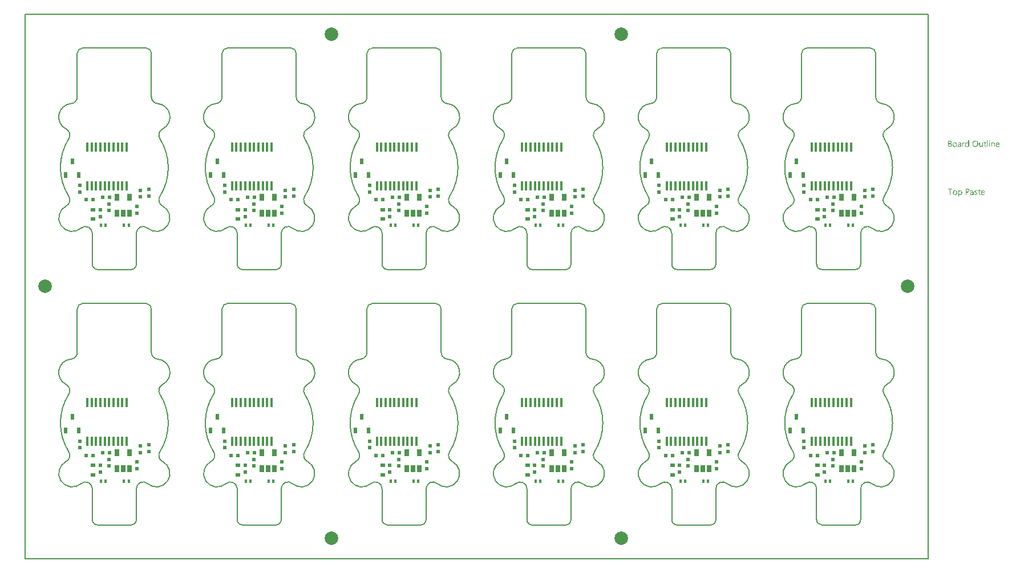
<source format=gtp>
G04*
G04 #@! TF.GenerationSoftware,Altium Limited,Altium Designer,21.8.1 (53)*
G04*
G04 Layer_Color=8421504*
%FSAX25Y25*%
%MOIN*%
G70*
G04*
G04 #@! TF.SameCoordinates,360D38BB-5A27-4593-86B5-486E9D4ED2DC*
G04*
G04*
G04 #@! TF.FilePolarity,Positive*
G04*
G01*
G75*
%ADD10C,0.07874*%
%ADD11R,0.02362X0.03543*%
%ADD12R,0.02756X0.03937*%
%ADD13R,0.01575X0.05315*%
%ADD14R,0.02165X0.01968*%
%ADD18R,0.03150X0.02362*%
%ADD19R,0.02165X0.01968*%
%ADD20R,0.01968X0.02165*%
%ADD21R,0.01968X0.02165*%
%ADD22C,0.00787*%
%ADD44R,0.01280X0.02461*%
G36*
X0543894Y0224783D02*
X0543919D01*
X0543975Y0224758D01*
X0544005Y0224740D01*
X0544036Y0224715D01*
X0544043Y0224709D01*
X0544049Y0224703D01*
X0544080Y0224666D01*
X0544105Y0224604D01*
X0544111Y0224567D01*
X0544117Y0224529D01*
Y0224523D01*
Y0224511D01*
X0544111Y0224492D01*
X0544105Y0224467D01*
X0544086Y0224406D01*
X0544061Y0224375D01*
X0544036Y0224344D01*
X0544030D01*
X0544024Y0224331D01*
X0543987Y0224307D01*
X0543931Y0224282D01*
X0543894Y0224276D01*
X0543857Y0224269D01*
X0543838D01*
X0543820Y0224276D01*
X0543795D01*
X0543733Y0224300D01*
X0543702Y0224313D01*
X0543671Y0224338D01*
Y0224344D01*
X0543659Y0224350D01*
X0543646Y0224368D01*
X0543634Y0224387D01*
X0543609Y0224449D01*
X0543603Y0224486D01*
X0543597Y0224529D01*
Y0224536D01*
Y0224548D01*
X0543603Y0224567D01*
X0543609Y0224598D01*
X0543628Y0224653D01*
X0543646Y0224684D01*
X0543671Y0224715D01*
X0543678Y0224721D01*
X0543684Y0224728D01*
X0543721Y0224752D01*
X0543783Y0224777D01*
X0543820Y0224789D01*
X0543876D01*
X0543894Y0224783D01*
D02*
G37*
G36*
X0531904Y0221119D02*
X0531502D01*
Y0221540D01*
X0531489D01*
Y0221533D01*
X0531477Y0221521D01*
X0531458Y0221496D01*
X0531440Y0221465D01*
X0531409Y0221428D01*
X0531372Y0221391D01*
X0531328Y0221348D01*
X0531279Y0221304D01*
X0531223Y0221255D01*
X0531155Y0221212D01*
X0531087Y0221174D01*
X0531006Y0221137D01*
X0530926Y0221106D01*
X0530833Y0221082D01*
X0530734Y0221069D01*
X0530629Y0221063D01*
X0530586D01*
X0530548Y0221069D01*
X0530511Y0221075D01*
X0530462Y0221082D01*
X0530357Y0221106D01*
X0530233Y0221144D01*
X0530109Y0221205D01*
X0530041Y0221242D01*
X0529985Y0221286D01*
X0529923Y0221341D01*
X0529868Y0221397D01*
Y0221403D01*
X0529855Y0221416D01*
X0529843Y0221434D01*
X0529824Y0221459D01*
X0529806Y0221490D01*
X0529781Y0221533D01*
X0529756Y0221583D01*
X0529731Y0221639D01*
X0529701Y0221701D01*
X0529676Y0221769D01*
X0529651Y0221843D01*
X0529632Y0221923D01*
X0529614Y0222010D01*
X0529601Y0222109D01*
X0529595Y0222208D01*
X0529589Y0222313D01*
Y0222320D01*
Y0222338D01*
Y0222375D01*
X0529595Y0222419D01*
X0529601Y0222468D01*
X0529608Y0222530D01*
X0529614Y0222598D01*
X0529626Y0222672D01*
X0529663Y0222833D01*
X0529719Y0223001D01*
X0529756Y0223081D01*
X0529800Y0223161D01*
X0529843Y0223236D01*
X0529899Y0223310D01*
X0529905Y0223316D01*
X0529911Y0223328D01*
X0529929Y0223347D01*
X0529954Y0223372D01*
X0529985Y0223397D01*
X0530028Y0223428D01*
X0530072Y0223465D01*
X0530121Y0223502D01*
X0530245Y0223570D01*
X0530387Y0223632D01*
X0530468Y0223650D01*
X0530555Y0223669D01*
X0530641Y0223681D01*
X0530740Y0223688D01*
X0530790D01*
X0530827Y0223681D01*
X0530864Y0223675D01*
X0530914Y0223669D01*
X0531025Y0223638D01*
X0531149Y0223588D01*
X0531211Y0223558D01*
X0531273Y0223514D01*
X0531335Y0223471D01*
X0531390Y0223415D01*
X0531440Y0223353D01*
X0531489Y0223279D01*
X0531502D01*
Y0224839D01*
X0531904D01*
Y0221119D01*
D02*
G37*
G36*
X0546172Y0223681D02*
X0546246Y0223675D01*
X0546339Y0223657D01*
X0546438Y0223626D01*
X0546543Y0223576D01*
X0546649Y0223508D01*
X0546692Y0223471D01*
X0546735Y0223421D01*
X0546748Y0223409D01*
X0546772Y0223372D01*
X0546803Y0223310D01*
X0546847Y0223223D01*
X0546884Y0223118D01*
X0546921Y0222988D01*
X0546946Y0222833D01*
X0546952Y0222654D01*
Y0221119D01*
X0546550D01*
Y0222549D01*
Y0222555D01*
Y0222586D01*
X0546543Y0222623D01*
Y0222672D01*
X0546531Y0222734D01*
X0546519Y0222802D01*
X0546500Y0222877D01*
X0546475Y0222951D01*
X0546444Y0223025D01*
X0546407Y0223093D01*
X0546358Y0223161D01*
X0546302Y0223223D01*
X0546240Y0223273D01*
X0546160Y0223310D01*
X0546073Y0223341D01*
X0545968Y0223347D01*
X0545955D01*
X0545918Y0223341D01*
X0545862Y0223335D01*
X0545794Y0223316D01*
X0545714Y0223291D01*
X0545627Y0223248D01*
X0545547Y0223192D01*
X0545466Y0223118D01*
X0545460Y0223106D01*
X0545435Y0223081D01*
X0545404Y0223031D01*
X0545367Y0222963D01*
X0545330Y0222883D01*
X0545299Y0222784D01*
X0545274Y0222672D01*
X0545268Y0222549D01*
Y0221119D01*
X0544866D01*
Y0223632D01*
X0545268D01*
Y0223211D01*
X0545281D01*
X0545287Y0223217D01*
X0545293Y0223230D01*
X0545312Y0223254D01*
X0545336Y0223285D01*
X0545361Y0223322D01*
X0545398Y0223359D01*
X0545442Y0223403D01*
X0545491Y0223452D01*
X0545547Y0223496D01*
X0545609Y0223539D01*
X0545677Y0223576D01*
X0545751Y0223613D01*
X0545825Y0223644D01*
X0545912Y0223669D01*
X0546005Y0223681D01*
X0546104Y0223688D01*
X0546141D01*
X0546172Y0223681D01*
D02*
G37*
G36*
X0529174Y0223669D02*
X0529249Y0223663D01*
X0529292Y0223650D01*
X0529323Y0223638D01*
Y0223223D01*
X0529317Y0223230D01*
X0529304Y0223236D01*
X0529280Y0223248D01*
X0529249Y0223267D01*
X0529205Y0223279D01*
X0529149Y0223291D01*
X0529088Y0223298D01*
X0529019Y0223304D01*
X0529007D01*
X0528976Y0223298D01*
X0528927Y0223291D01*
X0528871Y0223273D01*
X0528797Y0223242D01*
X0528729Y0223199D01*
X0528654Y0223137D01*
X0528586Y0223056D01*
X0528580Y0223044D01*
X0528561Y0223013D01*
X0528531Y0222957D01*
X0528500Y0222883D01*
X0528469Y0222790D01*
X0528438Y0222672D01*
X0528419Y0222542D01*
X0528413Y0222394D01*
Y0221119D01*
X0528011D01*
Y0223632D01*
X0528413D01*
Y0223112D01*
X0528425D01*
Y0223118D01*
X0528432Y0223124D01*
X0528444Y0223155D01*
X0528462Y0223205D01*
X0528493Y0223267D01*
X0528524Y0223328D01*
X0528574Y0223397D01*
X0528623Y0223465D01*
X0528685Y0223527D01*
X0528691Y0223533D01*
X0528716Y0223551D01*
X0528753Y0223576D01*
X0528803Y0223601D01*
X0528859Y0223626D01*
X0528927Y0223650D01*
X0529001Y0223669D01*
X0529081Y0223675D01*
X0529137D01*
X0529174Y0223669D01*
D02*
G37*
G36*
X0539914Y0221119D02*
X0539512D01*
Y0221515D01*
X0539499D01*
Y0221509D01*
X0539487Y0221496D01*
X0539474Y0221472D01*
X0539450Y0221447D01*
X0539394Y0221373D01*
X0539307Y0221292D01*
X0539258Y0221249D01*
X0539202Y0221205D01*
X0539140Y0221168D01*
X0539066Y0221131D01*
X0538992Y0221106D01*
X0538911Y0221082D01*
X0538818Y0221069D01*
X0538726Y0221063D01*
X0538688D01*
X0538645Y0221069D01*
X0538583Y0221082D01*
X0538515Y0221094D01*
X0538441Y0221119D01*
X0538360Y0221150D01*
X0538280Y0221199D01*
X0538193Y0221255D01*
X0538113Y0221323D01*
X0538038Y0221410D01*
X0537970Y0221515D01*
X0537908Y0221633D01*
X0537865Y0221775D01*
X0537840Y0221942D01*
X0537828Y0222029D01*
Y0222128D01*
Y0223632D01*
X0538224D01*
Y0222190D01*
Y0222183D01*
Y0222159D01*
X0538230Y0222115D01*
X0538237Y0222066D01*
X0538243Y0222004D01*
X0538255Y0221942D01*
X0538274Y0221868D01*
X0538298Y0221793D01*
X0538336Y0221719D01*
X0538373Y0221651D01*
X0538422Y0221583D01*
X0538484Y0221521D01*
X0538552Y0221472D01*
X0538633Y0221434D01*
X0538732Y0221403D01*
X0538837Y0221397D01*
X0538849D01*
X0538886Y0221403D01*
X0538942Y0221410D01*
X0539004Y0221422D01*
X0539084Y0221453D01*
X0539165Y0221490D01*
X0539245Y0221540D01*
X0539320Y0221614D01*
X0539326Y0221626D01*
X0539351Y0221651D01*
X0539382Y0221701D01*
X0539419Y0221769D01*
X0539450Y0221849D01*
X0539481Y0221948D01*
X0539505Y0222060D01*
X0539512Y0222183D01*
Y0223632D01*
X0539914D01*
Y0221119D01*
D02*
G37*
G36*
X0544049D02*
X0543646D01*
Y0223632D01*
X0544049D01*
Y0221119D01*
D02*
G37*
G36*
X0542829D02*
X0542427D01*
Y0224839D01*
X0542829D01*
Y0221119D01*
D02*
G37*
G36*
X0526451Y0223681D02*
X0526506Y0223675D01*
X0526575Y0223657D01*
X0526649Y0223638D01*
X0526729Y0223607D01*
X0526816Y0223570D01*
X0526896Y0223520D01*
X0526977Y0223459D01*
X0527051Y0223384D01*
X0527119Y0223291D01*
X0527175Y0223186D01*
X0527218Y0223062D01*
X0527243Y0222920D01*
X0527255Y0222753D01*
Y0221119D01*
X0526853D01*
Y0221509D01*
X0526841D01*
Y0221502D01*
X0526828Y0221490D01*
X0526816Y0221465D01*
X0526791Y0221441D01*
X0526729Y0221366D01*
X0526649Y0221286D01*
X0526537Y0221205D01*
X0526407Y0221131D01*
X0526327Y0221106D01*
X0526246Y0221082D01*
X0526160Y0221069D01*
X0526067Y0221063D01*
X0526030D01*
X0526005Y0221069D01*
X0525937Y0221075D01*
X0525856Y0221088D01*
X0525757Y0221112D01*
X0525665Y0221144D01*
X0525565Y0221193D01*
X0525479Y0221255D01*
X0525473Y0221267D01*
X0525448Y0221292D01*
X0525411Y0221335D01*
X0525374Y0221397D01*
X0525337Y0221472D01*
X0525299Y0221558D01*
X0525275Y0221663D01*
X0525268Y0221781D01*
Y0221787D01*
Y0221812D01*
X0525275Y0221849D01*
X0525281Y0221892D01*
X0525293Y0221948D01*
X0525312Y0222010D01*
X0525337Y0222078D01*
X0525374Y0222146D01*
X0525417Y0222220D01*
X0525473Y0222295D01*
X0525541Y0222363D01*
X0525621Y0222425D01*
X0525714Y0222487D01*
X0525826Y0222536D01*
X0525949Y0222573D01*
X0526098Y0222604D01*
X0526853Y0222709D01*
Y0222716D01*
Y0222734D01*
X0526847Y0222771D01*
Y0222809D01*
X0526834Y0222858D01*
X0526828Y0222914D01*
X0526791Y0223031D01*
X0526760Y0223087D01*
X0526729Y0223143D01*
X0526686Y0223199D01*
X0526636Y0223248D01*
X0526575Y0223291D01*
X0526506Y0223322D01*
X0526426Y0223341D01*
X0526333Y0223347D01*
X0526290D01*
X0526259Y0223341D01*
X0526216D01*
X0526172Y0223328D01*
X0526061Y0223310D01*
X0525937Y0223273D01*
X0525801Y0223217D01*
X0525727Y0223180D01*
X0525658Y0223143D01*
X0525584Y0223093D01*
X0525516Y0223038D01*
Y0223452D01*
X0525522D01*
X0525535Y0223465D01*
X0525553Y0223477D01*
X0525584Y0223489D01*
X0525615Y0223508D01*
X0525658Y0223527D01*
X0525708Y0223545D01*
X0525764Y0223570D01*
X0525887Y0223613D01*
X0526036Y0223650D01*
X0526197Y0223675D01*
X0526370Y0223688D01*
X0526407D01*
X0526451Y0223681D01*
D02*
G37*
G36*
X0520762Y0224628D02*
X0520805D01*
X0520849Y0224622D01*
X0520948Y0224610D01*
X0521065Y0224579D01*
X0521189Y0224542D01*
X0521307Y0224486D01*
X0521412Y0224412D01*
X0521418D01*
X0521424Y0224399D01*
X0521455Y0224375D01*
X0521499Y0224325D01*
X0521548Y0224257D01*
X0521592Y0224170D01*
X0521635Y0224071D01*
X0521666Y0223960D01*
X0521678Y0223898D01*
Y0223830D01*
Y0223824D01*
Y0223817D01*
Y0223780D01*
X0521672Y0223725D01*
X0521660Y0223657D01*
X0521641Y0223570D01*
X0521610Y0223483D01*
X0521573Y0223397D01*
X0521517Y0223310D01*
X0521511Y0223298D01*
X0521486Y0223273D01*
X0521449Y0223236D01*
X0521400Y0223186D01*
X0521338Y0223137D01*
X0521264Y0223081D01*
X0521171Y0223038D01*
X0521072Y0222994D01*
Y0222988D01*
X0521090D01*
X0521109Y0222982D01*
X0521127Y0222976D01*
X0521195Y0222963D01*
X0521276Y0222939D01*
X0521362Y0222901D01*
X0521455Y0222858D01*
X0521548Y0222796D01*
X0521635Y0222716D01*
X0521647Y0222703D01*
X0521672Y0222672D01*
X0521703Y0222629D01*
X0521746Y0222561D01*
X0521783Y0222474D01*
X0521821Y0222375D01*
X0521845Y0222258D01*
X0521851Y0222128D01*
Y0222122D01*
Y0222109D01*
Y0222084D01*
X0521845Y0222053D01*
X0521839Y0222016D01*
X0521833Y0221973D01*
X0521808Y0221868D01*
X0521771Y0221750D01*
X0521715Y0221626D01*
X0521678Y0221571D01*
X0521635Y0221509D01*
X0521579Y0221453D01*
X0521524Y0221397D01*
X0521517D01*
X0521511Y0221385D01*
X0521492Y0221373D01*
X0521468Y0221354D01*
X0521437Y0221335D01*
X0521393Y0221311D01*
X0521301Y0221261D01*
X0521183Y0221205D01*
X0521047Y0221162D01*
X0520886Y0221131D01*
X0520805Y0221125D01*
X0520713Y0221119D01*
X0519685D01*
Y0224635D01*
X0520731D01*
X0520762Y0224628D01*
D02*
G37*
G36*
X0541257Y0223632D02*
X0541895D01*
Y0223285D01*
X0541257D01*
Y0221868D01*
Y0221855D01*
Y0221824D01*
X0541263Y0221781D01*
X0541270Y0221725D01*
X0541294Y0221608D01*
X0541313Y0221552D01*
X0541344Y0221509D01*
X0541350Y0221502D01*
X0541362Y0221490D01*
X0541381Y0221478D01*
X0541412Y0221459D01*
X0541449Y0221434D01*
X0541499Y0221422D01*
X0541561Y0221410D01*
X0541629Y0221403D01*
X0541653D01*
X0541684Y0221410D01*
X0541721Y0221416D01*
X0541808Y0221441D01*
X0541851Y0221459D01*
X0541895Y0221484D01*
Y0221137D01*
X0541889D01*
X0541870Y0221125D01*
X0541839Y0221119D01*
X0541796Y0221106D01*
X0541740Y0221094D01*
X0541678Y0221082D01*
X0541604Y0221075D01*
X0541517Y0221069D01*
X0541486D01*
X0541455Y0221075D01*
X0541412Y0221082D01*
X0541362Y0221094D01*
X0541307Y0221106D01*
X0541251Y0221131D01*
X0541189Y0221162D01*
X0541127Y0221199D01*
X0541065Y0221249D01*
X0541010Y0221304D01*
X0540960Y0221379D01*
X0540917Y0221459D01*
X0540886Y0221558D01*
X0540861Y0221670D01*
X0540855Y0221800D01*
Y0223285D01*
X0540428D01*
Y0223632D01*
X0540855D01*
Y0224245D01*
X0541257Y0224375D01*
Y0223632D01*
D02*
G37*
G36*
X0548784Y0223681D02*
X0548828Y0223675D01*
X0548871Y0223669D01*
X0548982Y0223650D01*
X0549106Y0223607D01*
X0549230Y0223551D01*
X0549292Y0223514D01*
X0549354Y0223471D01*
X0549409Y0223421D01*
X0549465Y0223366D01*
X0549471Y0223359D01*
X0549477Y0223353D01*
X0549490Y0223335D01*
X0549508Y0223310D01*
X0549527Y0223273D01*
X0549552Y0223236D01*
X0549577Y0223192D01*
X0549601Y0223137D01*
X0549626Y0223075D01*
X0549651Y0223013D01*
X0549676Y0222939D01*
X0549694Y0222858D01*
X0549713Y0222771D01*
X0549725Y0222685D01*
X0549738Y0222586D01*
Y0222481D01*
Y0222270D01*
X0547961D01*
Y0222264D01*
Y0222252D01*
Y0222233D01*
X0547967Y0222202D01*
X0547973Y0222165D01*
Y0222128D01*
X0547992Y0222029D01*
X0548023Y0221930D01*
X0548060Y0221818D01*
X0548116Y0221713D01*
X0548184Y0221620D01*
X0548196Y0221608D01*
X0548221Y0221583D01*
X0548270Y0221552D01*
X0548339Y0221509D01*
X0548425Y0221465D01*
X0548524Y0221434D01*
X0548642Y0221410D01*
X0548778Y0221397D01*
X0548821D01*
X0548852Y0221403D01*
X0548889D01*
X0548933Y0221410D01*
X0549038Y0221434D01*
X0549156Y0221465D01*
X0549286Y0221515D01*
X0549422Y0221583D01*
X0549490Y0221626D01*
X0549558Y0221676D01*
Y0221298D01*
X0549552D01*
X0549546Y0221286D01*
X0549527Y0221280D01*
X0549496Y0221261D01*
X0549465Y0221242D01*
X0549428Y0221224D01*
X0549378Y0221205D01*
X0549329Y0221181D01*
X0549267Y0221156D01*
X0549199Y0221137D01*
X0549050Y0221100D01*
X0548877Y0221075D01*
X0548685Y0221063D01*
X0548636D01*
X0548598Y0221069D01*
X0548555Y0221075D01*
X0548499Y0221082D01*
X0548382Y0221106D01*
X0548246Y0221144D01*
X0548109Y0221205D01*
X0548041Y0221249D01*
X0547973Y0221292D01*
X0547911Y0221341D01*
X0547850Y0221403D01*
X0547843Y0221410D01*
X0547837Y0221422D01*
X0547825Y0221441D01*
X0547800Y0221465D01*
X0547781Y0221502D01*
X0547757Y0221546D01*
X0547726Y0221595D01*
X0547701Y0221651D01*
X0547670Y0221713D01*
X0547645Y0221787D01*
X0547614Y0221868D01*
X0547596Y0221954D01*
X0547577Y0222047D01*
X0547559Y0222146D01*
X0547552Y0222252D01*
X0547546Y0222363D01*
Y0222369D01*
Y0222388D01*
Y0222419D01*
X0547552Y0222462D01*
X0547559Y0222512D01*
X0547565Y0222567D01*
X0547571Y0222635D01*
X0547589Y0222703D01*
X0547627Y0222852D01*
X0547682Y0223013D01*
X0547719Y0223093D01*
X0547769Y0223168D01*
X0547819Y0223248D01*
X0547874Y0223316D01*
X0547881Y0223322D01*
X0547893Y0223335D01*
X0547911Y0223353D01*
X0547936Y0223372D01*
X0547967Y0223403D01*
X0548004Y0223434D01*
X0548054Y0223465D01*
X0548103Y0223502D01*
X0548221Y0223570D01*
X0548363Y0223632D01*
X0548444Y0223650D01*
X0548524Y0223669D01*
X0548611Y0223681D01*
X0548704Y0223688D01*
X0548753D01*
X0548784Y0223681D01*
D02*
G37*
G36*
X0535742Y0224690D02*
X0535804Y0224684D01*
X0535878Y0224672D01*
X0535958Y0224653D01*
X0536045Y0224635D01*
X0536132Y0224610D01*
X0536231Y0224579D01*
X0536324Y0224536D01*
X0536423Y0224486D01*
X0536522Y0224430D01*
X0536615Y0224362D01*
X0536707Y0224288D01*
X0536794Y0224201D01*
X0536800Y0224195D01*
X0536813Y0224177D01*
X0536837Y0224152D01*
X0536862Y0224115D01*
X0536899Y0224065D01*
X0536937Y0224003D01*
X0536974Y0223935D01*
X0537017Y0223861D01*
X0537060Y0223768D01*
X0537098Y0223675D01*
X0537135Y0223570D01*
X0537172Y0223452D01*
X0537196Y0223335D01*
X0537221Y0223205D01*
X0537234Y0223062D01*
X0537240Y0222920D01*
Y0222908D01*
Y0222883D01*
Y0222839D01*
X0537234Y0222778D01*
X0537227Y0222703D01*
X0537215Y0222623D01*
X0537203Y0222530D01*
X0537184Y0222425D01*
X0537159Y0222320D01*
X0537128Y0222208D01*
X0537091Y0222097D01*
X0537048Y0221985D01*
X0536992Y0221868D01*
X0536930Y0221762D01*
X0536862Y0221657D01*
X0536782Y0221558D01*
X0536776Y0221552D01*
X0536763Y0221540D01*
X0536732Y0221515D01*
X0536701Y0221484D01*
X0536652Y0221441D01*
X0536596Y0221403D01*
X0536534Y0221354D01*
X0536460Y0221311D01*
X0536379Y0221267D01*
X0536287Y0221218D01*
X0536188Y0221181D01*
X0536076Y0221144D01*
X0535958Y0221106D01*
X0535835Y0221082D01*
X0535705Y0221069D01*
X0535562Y0221063D01*
X0535531D01*
X0535488Y0221069D01*
X0535439D01*
X0535377Y0221075D01*
X0535302Y0221088D01*
X0535222Y0221106D01*
X0535129Y0221125D01*
X0535036Y0221150D01*
X0534937Y0221181D01*
X0534838Y0221224D01*
X0534739Y0221267D01*
X0534640Y0221323D01*
X0534541Y0221391D01*
X0534448Y0221465D01*
X0534362Y0221552D01*
X0534355Y0221558D01*
X0534343Y0221577D01*
X0534318Y0221602D01*
X0534293Y0221639D01*
X0534256Y0221688D01*
X0534219Y0221750D01*
X0534182Y0221818D01*
X0534139Y0221899D01*
X0534095Y0221985D01*
X0534058Y0222078D01*
X0534021Y0222183D01*
X0533984Y0222301D01*
X0533959Y0222419D01*
X0533934Y0222549D01*
X0533922Y0222691D01*
X0533916Y0222833D01*
Y0222846D01*
Y0222870D01*
X0533922Y0222914D01*
Y0222976D01*
X0533928Y0223044D01*
X0533941Y0223130D01*
X0533953Y0223223D01*
X0533972Y0223322D01*
X0533996Y0223428D01*
X0534027Y0223539D01*
X0534064Y0223650D01*
X0534108Y0223762D01*
X0534163Y0223873D01*
X0534225Y0223985D01*
X0534293Y0224090D01*
X0534374Y0224189D01*
X0534380Y0224195D01*
X0534392Y0224214D01*
X0534423Y0224238D01*
X0534461Y0224269D01*
X0534504Y0224307D01*
X0534560Y0224350D01*
X0534628Y0224393D01*
X0534702Y0224443D01*
X0534789Y0224492D01*
X0534881Y0224536D01*
X0534980Y0224579D01*
X0535092Y0224616D01*
X0535216Y0224647D01*
X0535346Y0224678D01*
X0535482Y0224690D01*
X0535624Y0224696D01*
X0535692D01*
X0535742Y0224690D01*
D02*
G37*
G36*
X0523715Y0223681D02*
X0523758Y0223675D01*
X0523814Y0223669D01*
X0523938Y0223644D01*
X0524080Y0223601D01*
X0524222Y0223539D01*
X0524297Y0223502D01*
X0524365Y0223459D01*
X0524433Y0223403D01*
X0524495Y0223341D01*
X0524501Y0223335D01*
X0524507Y0223322D01*
X0524526Y0223304D01*
X0524544Y0223279D01*
X0524569Y0223242D01*
X0524594Y0223199D01*
X0524625Y0223149D01*
X0524656Y0223093D01*
X0524680Y0223025D01*
X0524711Y0222957D01*
X0524736Y0222877D01*
X0524761Y0222790D01*
X0524779Y0222697D01*
X0524798Y0222598D01*
X0524804Y0222493D01*
X0524810Y0222381D01*
Y0222375D01*
Y0222357D01*
Y0222326D01*
X0524804Y0222282D01*
X0524798Y0222233D01*
X0524792Y0222171D01*
X0524779Y0222109D01*
X0524767Y0222035D01*
X0524730Y0221886D01*
X0524668Y0221725D01*
X0524631Y0221645D01*
X0524581Y0221564D01*
X0524532Y0221490D01*
X0524470Y0221422D01*
X0524464Y0221416D01*
X0524451Y0221410D01*
X0524433Y0221391D01*
X0524408Y0221366D01*
X0524371Y0221341D01*
X0524334Y0221311D01*
X0524284Y0221273D01*
X0524228Y0221242D01*
X0524167Y0221212D01*
X0524098Y0221174D01*
X0524024Y0221144D01*
X0523944Y0221119D01*
X0523857Y0221094D01*
X0523764Y0221082D01*
X0523665Y0221069D01*
X0523560Y0221063D01*
X0523504D01*
X0523467Y0221069D01*
X0523424Y0221075D01*
X0523368Y0221082D01*
X0523306Y0221094D01*
X0523238Y0221106D01*
X0523096Y0221150D01*
X0522947Y0221212D01*
X0522873Y0221249D01*
X0522805Y0221298D01*
X0522737Y0221348D01*
X0522669Y0221410D01*
X0522662Y0221416D01*
X0522656Y0221428D01*
X0522638Y0221447D01*
X0522619Y0221472D01*
X0522594Y0221509D01*
X0522563Y0221552D01*
X0522532Y0221602D01*
X0522508Y0221657D01*
X0522477Y0221725D01*
X0522446Y0221793D01*
X0522415Y0221868D01*
X0522390Y0221954D01*
X0522353Y0222140D01*
X0522347Y0222239D01*
X0522340Y0222344D01*
Y0222351D01*
Y0222375D01*
Y0222406D01*
X0522347Y0222449D01*
X0522353Y0222499D01*
X0522359Y0222561D01*
X0522371Y0222629D01*
X0522384Y0222703D01*
X0522421Y0222864D01*
X0522483Y0223025D01*
X0522526Y0223106D01*
X0522570Y0223186D01*
X0522619Y0223260D01*
X0522681Y0223328D01*
X0522687Y0223335D01*
X0522700Y0223347D01*
X0522718Y0223359D01*
X0522743Y0223384D01*
X0522780Y0223409D01*
X0522823Y0223440D01*
X0522873Y0223477D01*
X0522929Y0223508D01*
X0522991Y0223539D01*
X0523065Y0223576D01*
X0523139Y0223607D01*
X0523226Y0223632D01*
X0523312Y0223657D01*
X0523411Y0223675D01*
X0523517Y0223681D01*
X0523622Y0223688D01*
X0523678D01*
X0523715Y0223681D01*
D02*
G37*
G36*
X0526927Y0195643D02*
X0526971Y0195637D01*
X0527014Y0195631D01*
X0527125Y0195606D01*
X0527249Y0195569D01*
X0527373Y0195507D01*
X0527435Y0195470D01*
X0527497Y0195420D01*
X0527553Y0195371D01*
X0527608Y0195309D01*
X0527614Y0195303D01*
X0527621Y0195297D01*
X0527633Y0195272D01*
X0527652Y0195247D01*
X0527670Y0195216D01*
X0527695Y0195173D01*
X0527720Y0195123D01*
X0527744Y0195074D01*
X0527769Y0195012D01*
X0527794Y0194944D01*
X0527819Y0194869D01*
X0527837Y0194789D01*
X0527868Y0194609D01*
X0527881Y0194510D01*
Y0194405D01*
Y0194399D01*
Y0194380D01*
Y0194343D01*
X0527874Y0194300D01*
Y0194250D01*
X0527862Y0194188D01*
X0527856Y0194120D01*
X0527844Y0194046D01*
X0527806Y0193885D01*
X0527751Y0193718D01*
X0527713Y0193638D01*
X0527676Y0193557D01*
X0527627Y0193477D01*
X0527571Y0193402D01*
X0527565Y0193396D01*
X0527559Y0193384D01*
X0527540Y0193365D01*
X0527515Y0193347D01*
X0527484Y0193316D01*
X0527447Y0193285D01*
X0527404Y0193248D01*
X0527354Y0193217D01*
X0527299Y0193180D01*
X0527237Y0193142D01*
X0527088Y0193087D01*
X0527008Y0193062D01*
X0526927Y0193043D01*
X0526834Y0193031D01*
X0526735Y0193025D01*
X0526686D01*
X0526655Y0193031D01*
X0526612Y0193037D01*
X0526568Y0193050D01*
X0526457Y0193074D01*
X0526339Y0193124D01*
X0526271Y0193161D01*
X0526209Y0193198D01*
X0526147Y0193248D01*
X0526092Y0193303D01*
X0526030Y0193365D01*
X0525980Y0193439D01*
X0525968D01*
Y0191929D01*
X0525565D01*
Y0195594D01*
X0525968D01*
Y0195148D01*
X0525980D01*
X0525986Y0195154D01*
X0525993Y0195173D01*
X0526011Y0195197D01*
X0526036Y0195228D01*
X0526067Y0195265D01*
X0526104Y0195309D01*
X0526147Y0195352D01*
X0526203Y0195402D01*
X0526259Y0195445D01*
X0526321Y0195488D01*
X0526395Y0195532D01*
X0526469Y0195569D01*
X0526556Y0195606D01*
X0526649Y0195631D01*
X0526742Y0195643D01*
X0526847Y0195649D01*
X0526896D01*
X0526927Y0195643D01*
D02*
G37*
G36*
X0536200D02*
X0536280Y0195637D01*
X0536367Y0195625D01*
X0536466Y0195600D01*
X0536565Y0195575D01*
X0536664Y0195538D01*
Y0195129D01*
X0536652Y0195135D01*
X0536615Y0195160D01*
X0536559Y0195185D01*
X0536485Y0195222D01*
X0536392Y0195253D01*
X0536280Y0195284D01*
X0536157Y0195303D01*
X0536027Y0195309D01*
X0535958D01*
X0535897Y0195297D01*
X0535822Y0195284D01*
X0535816D01*
X0535810Y0195278D01*
X0535773Y0195265D01*
X0535723Y0195241D01*
X0535668Y0195210D01*
X0535655Y0195204D01*
X0535631Y0195179D01*
X0535600Y0195142D01*
X0535569Y0195098D01*
X0535562Y0195086D01*
X0535550Y0195055D01*
X0535538Y0195012D01*
X0535531Y0194956D01*
Y0194950D01*
Y0194938D01*
Y0194919D01*
X0535538Y0194900D01*
X0535550Y0194845D01*
X0535569Y0194789D01*
X0535575Y0194776D01*
X0535593Y0194752D01*
X0535631Y0194715D01*
X0535674Y0194671D01*
X0535680D01*
X0535686Y0194665D01*
X0535723Y0194640D01*
X0535773Y0194609D01*
X0535841Y0194578D01*
X0535847D01*
X0535859Y0194572D01*
X0535878Y0194566D01*
X0535909Y0194554D01*
X0535977Y0194529D01*
X0536064Y0194492D01*
X0536070D01*
X0536095Y0194479D01*
X0536126Y0194467D01*
X0536163Y0194455D01*
X0536262Y0194411D01*
X0536361Y0194362D01*
X0536367D01*
X0536386Y0194349D01*
X0536410Y0194337D01*
X0536441Y0194318D01*
X0536516Y0194269D01*
X0536590Y0194207D01*
X0536596Y0194201D01*
X0536609Y0194195D01*
X0536621Y0194176D01*
X0536646Y0194151D01*
X0536689Y0194089D01*
X0536732Y0194009D01*
Y0194003D01*
X0536738Y0193990D01*
X0536751Y0193966D01*
X0536757Y0193935D01*
X0536769Y0193898D01*
X0536776Y0193854D01*
X0536782Y0193749D01*
Y0193743D01*
Y0193718D01*
X0536776Y0193681D01*
X0536769Y0193638D01*
X0536763Y0193588D01*
X0536745Y0193532D01*
X0536726Y0193483D01*
X0536695Y0193427D01*
X0536689Y0193421D01*
X0536683Y0193402D01*
X0536664Y0193378D01*
X0536639Y0193347D01*
X0536609Y0193309D01*
X0536571Y0193272D01*
X0536479Y0193198D01*
X0536472Y0193192D01*
X0536454Y0193186D01*
X0536429Y0193167D01*
X0536386Y0193149D01*
X0536342Y0193124D01*
X0536287Y0193105D01*
X0536231Y0193087D01*
X0536163Y0193068D01*
X0536157D01*
X0536132Y0193062D01*
X0536095Y0193056D01*
X0536051Y0193050D01*
X0535990Y0193037D01*
X0535928Y0193031D01*
X0535785Y0193025D01*
X0535723D01*
X0535649Y0193031D01*
X0535556Y0193043D01*
X0535451Y0193062D01*
X0535339Y0193087D01*
X0535228Y0193118D01*
X0535117Y0193167D01*
Y0193600D01*
X0535123D01*
X0535129Y0193588D01*
X0535148Y0193576D01*
X0535172Y0193563D01*
X0535241Y0193526D01*
X0535333Y0193483D01*
X0535439Y0193433D01*
X0535562Y0193396D01*
X0535699Y0193371D01*
X0535841Y0193359D01*
X0535890D01*
X0535921Y0193365D01*
X0536008Y0193378D01*
X0536107Y0193402D01*
X0536200Y0193446D01*
X0536243Y0193477D01*
X0536287Y0193508D01*
X0536318Y0193551D01*
X0536342Y0193594D01*
X0536361Y0193650D01*
X0536367Y0193712D01*
Y0193718D01*
Y0193730D01*
Y0193749D01*
X0536361Y0193768D01*
X0536348Y0193823D01*
X0536324Y0193879D01*
Y0193885D01*
X0536318Y0193891D01*
X0536293Y0193922D01*
X0536256Y0193966D01*
X0536200Y0194003D01*
X0536194D01*
X0536188Y0194015D01*
X0536150Y0194034D01*
X0536095Y0194071D01*
X0536020Y0194102D01*
X0536014D01*
X0536002Y0194108D01*
X0535983Y0194120D01*
X0535952Y0194133D01*
X0535884Y0194158D01*
X0535798Y0194195D01*
X0535791D01*
X0535767Y0194207D01*
X0535736Y0194219D01*
X0535699Y0194232D01*
X0535600Y0194275D01*
X0535500Y0194325D01*
X0535494Y0194331D01*
X0535482Y0194337D01*
X0535457Y0194349D01*
X0535426Y0194368D01*
X0535358Y0194418D01*
X0535290Y0194473D01*
X0535284Y0194479D01*
X0535278Y0194486D01*
X0535259Y0194504D01*
X0535241Y0194529D01*
X0535197Y0194591D01*
X0535160Y0194665D01*
Y0194671D01*
X0535154Y0194684D01*
X0535148Y0194708D01*
X0535142Y0194739D01*
X0535135Y0194776D01*
X0535129Y0194820D01*
X0535123Y0194925D01*
Y0194931D01*
Y0194956D01*
X0535129Y0194987D01*
X0535135Y0195030D01*
X0535142Y0195080D01*
X0535160Y0195129D01*
X0535179Y0195185D01*
X0535203Y0195235D01*
X0535210Y0195241D01*
X0535216Y0195259D01*
X0535234Y0195284D01*
X0535259Y0195315D01*
X0535327Y0195389D01*
X0535414Y0195464D01*
X0535420Y0195470D01*
X0535439Y0195476D01*
X0535463Y0195495D01*
X0535507Y0195513D01*
X0535550Y0195538D01*
X0535600Y0195563D01*
X0535723Y0195600D01*
X0535730D01*
X0535754Y0195606D01*
X0535785Y0195618D01*
X0535835Y0195625D01*
X0535884Y0195637D01*
X0535946Y0195643D01*
X0536082Y0195649D01*
X0536138D01*
X0536200Y0195643D01*
D02*
G37*
G36*
X0533705D02*
X0533761Y0195637D01*
X0533829Y0195618D01*
X0533904Y0195600D01*
X0533984Y0195569D01*
X0534071Y0195532D01*
X0534151Y0195482D01*
X0534232Y0195420D01*
X0534306Y0195346D01*
X0534374Y0195253D01*
X0534430Y0195148D01*
X0534473Y0195024D01*
X0534498Y0194882D01*
X0534510Y0194715D01*
Y0193080D01*
X0534108D01*
Y0193470D01*
X0534095D01*
Y0193464D01*
X0534083Y0193452D01*
X0534071Y0193427D01*
X0534046Y0193402D01*
X0533984Y0193328D01*
X0533904Y0193248D01*
X0533792Y0193167D01*
X0533662Y0193093D01*
X0533582Y0193068D01*
X0533501Y0193043D01*
X0533415Y0193031D01*
X0533322Y0193025D01*
X0533285D01*
X0533260Y0193031D01*
X0533192Y0193037D01*
X0533111Y0193050D01*
X0533012Y0193074D01*
X0532919Y0193105D01*
X0532820Y0193155D01*
X0532734Y0193217D01*
X0532727Y0193229D01*
X0532703Y0193254D01*
X0532665Y0193297D01*
X0532628Y0193359D01*
X0532591Y0193433D01*
X0532554Y0193520D01*
X0532529Y0193625D01*
X0532523Y0193743D01*
Y0193749D01*
Y0193774D01*
X0532529Y0193811D01*
X0532536Y0193854D01*
X0532548Y0193910D01*
X0532566Y0193972D01*
X0532591Y0194040D01*
X0532628Y0194108D01*
X0532672Y0194182D01*
X0532727Y0194257D01*
X0532795Y0194325D01*
X0532876Y0194387D01*
X0532969Y0194448D01*
X0533080Y0194498D01*
X0533204Y0194535D01*
X0533353Y0194566D01*
X0534108Y0194671D01*
Y0194677D01*
Y0194696D01*
X0534101Y0194733D01*
Y0194770D01*
X0534089Y0194820D01*
X0534083Y0194876D01*
X0534046Y0194993D01*
X0534015Y0195049D01*
X0533984Y0195105D01*
X0533941Y0195160D01*
X0533891Y0195210D01*
X0533829Y0195253D01*
X0533761Y0195284D01*
X0533681Y0195303D01*
X0533588Y0195309D01*
X0533544D01*
X0533513Y0195303D01*
X0533470D01*
X0533427Y0195290D01*
X0533315Y0195272D01*
X0533192Y0195235D01*
X0533055Y0195179D01*
X0532981Y0195142D01*
X0532913Y0195105D01*
X0532839Y0195055D01*
X0532771Y0194999D01*
Y0195414D01*
X0532777D01*
X0532789Y0195426D01*
X0532808Y0195439D01*
X0532839Y0195451D01*
X0532870Y0195470D01*
X0532913Y0195488D01*
X0532963Y0195507D01*
X0533018Y0195532D01*
X0533142Y0195575D01*
X0533291Y0195612D01*
X0533452Y0195637D01*
X0533625Y0195649D01*
X0533662D01*
X0533705Y0195643D01*
D02*
G37*
G36*
X0531006Y0196590D02*
X0531056D01*
X0531106Y0196584D01*
X0531236Y0196559D01*
X0531372Y0196528D01*
X0531520Y0196479D01*
X0531663Y0196411D01*
X0531725Y0196367D01*
X0531786Y0196318D01*
X0531793D01*
X0531799Y0196306D01*
X0531817Y0196287D01*
X0531836Y0196268D01*
X0531885Y0196206D01*
X0531947Y0196120D01*
X0532003Y0196008D01*
X0532053Y0195878D01*
X0532090Y0195724D01*
X0532096Y0195637D01*
X0532102Y0195544D01*
Y0195538D01*
Y0195519D01*
Y0195495D01*
X0532096Y0195464D01*
X0532090Y0195420D01*
X0532084Y0195371D01*
X0532059Y0195253D01*
X0532016Y0195123D01*
X0531954Y0194987D01*
X0531917Y0194919D01*
X0531873Y0194851D01*
X0531817Y0194783D01*
X0531755Y0194721D01*
X0531749Y0194715D01*
X0531737Y0194708D01*
X0531718Y0194690D01*
X0531694Y0194671D01*
X0531657Y0194647D01*
X0531613Y0194622D01*
X0531564Y0194591D01*
X0531508Y0194566D01*
X0531446Y0194535D01*
X0531378Y0194504D01*
X0531297Y0194479D01*
X0531217Y0194455D01*
X0531031Y0194418D01*
X0530932Y0194411D01*
X0530827Y0194405D01*
X0530363D01*
Y0193080D01*
X0529948D01*
Y0196596D01*
X0530969D01*
X0531006Y0196590D01*
D02*
G37*
G36*
X0522124Y0196225D02*
X0521109D01*
Y0193080D01*
X0520700D01*
Y0196225D01*
X0519685D01*
Y0196596D01*
X0522124D01*
Y0196225D01*
D02*
G37*
G36*
X0537933Y0195594D02*
X0538571D01*
Y0195247D01*
X0537933D01*
Y0193830D01*
Y0193817D01*
Y0193786D01*
X0537939Y0193743D01*
X0537946Y0193687D01*
X0537970Y0193570D01*
X0537989Y0193514D01*
X0538020Y0193470D01*
X0538026Y0193464D01*
X0538038Y0193452D01*
X0538057Y0193439D01*
X0538088Y0193421D01*
X0538125Y0193396D01*
X0538175Y0193384D01*
X0538237Y0193371D01*
X0538305Y0193365D01*
X0538329D01*
X0538360Y0193371D01*
X0538397Y0193378D01*
X0538484Y0193402D01*
X0538527Y0193421D01*
X0538571Y0193446D01*
Y0193099D01*
X0538564D01*
X0538546Y0193087D01*
X0538515Y0193080D01*
X0538472Y0193068D01*
X0538416Y0193056D01*
X0538354Y0193043D01*
X0538280Y0193037D01*
X0538193Y0193031D01*
X0538162D01*
X0538131Y0193037D01*
X0538088Y0193043D01*
X0538038Y0193056D01*
X0537983Y0193068D01*
X0537927Y0193093D01*
X0537865Y0193124D01*
X0537803Y0193161D01*
X0537741Y0193210D01*
X0537685Y0193266D01*
X0537636Y0193341D01*
X0537593Y0193421D01*
X0537562Y0193520D01*
X0537537Y0193631D01*
X0537531Y0193761D01*
Y0195247D01*
X0537104D01*
Y0195594D01*
X0537531D01*
Y0196206D01*
X0537933Y0196336D01*
Y0195594D01*
D02*
G37*
G36*
X0540174Y0195643D02*
X0540217Y0195637D01*
X0540261Y0195631D01*
X0540372Y0195612D01*
X0540496Y0195569D01*
X0540620Y0195513D01*
X0540682Y0195476D01*
X0540743Y0195433D01*
X0540799Y0195383D01*
X0540855Y0195327D01*
X0540861Y0195321D01*
X0540867Y0195315D01*
X0540880Y0195297D01*
X0540898Y0195272D01*
X0540917Y0195235D01*
X0540941Y0195197D01*
X0540966Y0195154D01*
X0540991Y0195098D01*
X0541016Y0195036D01*
X0541041Y0194975D01*
X0541065Y0194900D01*
X0541084Y0194820D01*
X0541102Y0194733D01*
X0541115Y0194647D01*
X0541127Y0194547D01*
Y0194442D01*
Y0194232D01*
X0539351D01*
Y0194226D01*
Y0194213D01*
Y0194195D01*
X0539357Y0194164D01*
X0539363Y0194127D01*
Y0194089D01*
X0539382Y0193990D01*
X0539413Y0193891D01*
X0539450Y0193780D01*
X0539505Y0193675D01*
X0539573Y0193582D01*
X0539586Y0193570D01*
X0539611Y0193545D01*
X0539660Y0193514D01*
X0539728Y0193470D01*
X0539815Y0193427D01*
X0539914Y0193396D01*
X0540032Y0193371D01*
X0540168Y0193359D01*
X0540211D01*
X0540242Y0193365D01*
X0540279D01*
X0540322Y0193371D01*
X0540428Y0193396D01*
X0540545Y0193427D01*
X0540675Y0193477D01*
X0540811Y0193545D01*
X0540880Y0193588D01*
X0540948Y0193638D01*
Y0193260D01*
X0540941D01*
X0540935Y0193248D01*
X0540917Y0193241D01*
X0540886Y0193223D01*
X0540855Y0193204D01*
X0540818Y0193186D01*
X0540768Y0193167D01*
X0540719Y0193142D01*
X0540657Y0193118D01*
X0540589Y0193099D01*
X0540440Y0193062D01*
X0540267Y0193037D01*
X0540075Y0193025D01*
X0540025D01*
X0539988Y0193031D01*
X0539945Y0193037D01*
X0539889Y0193043D01*
X0539772Y0193068D01*
X0539635Y0193105D01*
X0539499Y0193167D01*
X0539431Y0193210D01*
X0539363Y0193254D01*
X0539301Y0193303D01*
X0539239Y0193365D01*
X0539233Y0193371D01*
X0539227Y0193384D01*
X0539215Y0193402D01*
X0539190Y0193427D01*
X0539171Y0193464D01*
X0539146Y0193508D01*
X0539115Y0193557D01*
X0539091Y0193613D01*
X0539060Y0193675D01*
X0539035Y0193749D01*
X0539004Y0193830D01*
X0538985Y0193916D01*
X0538967Y0194009D01*
X0538948Y0194108D01*
X0538942Y0194213D01*
X0538936Y0194325D01*
Y0194331D01*
Y0194349D01*
Y0194380D01*
X0538942Y0194424D01*
X0538948Y0194473D01*
X0538954Y0194529D01*
X0538961Y0194597D01*
X0538979Y0194665D01*
X0539016Y0194814D01*
X0539072Y0194975D01*
X0539109Y0195055D01*
X0539159Y0195129D01*
X0539208Y0195210D01*
X0539264Y0195278D01*
X0539270Y0195284D01*
X0539283Y0195297D01*
X0539301Y0195315D01*
X0539326Y0195334D01*
X0539357Y0195365D01*
X0539394Y0195396D01*
X0539443Y0195426D01*
X0539493Y0195464D01*
X0539611Y0195532D01*
X0539753Y0195594D01*
X0539833Y0195612D01*
X0539914Y0195631D01*
X0540001Y0195643D01*
X0540094Y0195649D01*
X0540143D01*
X0540174Y0195643D01*
D02*
G37*
G36*
X0523826D02*
X0523870Y0195637D01*
X0523925Y0195631D01*
X0524049Y0195606D01*
X0524191Y0195563D01*
X0524334Y0195501D01*
X0524408Y0195464D01*
X0524476Y0195420D01*
X0524544Y0195365D01*
X0524606Y0195303D01*
X0524612Y0195297D01*
X0524618Y0195284D01*
X0524637Y0195265D01*
X0524656Y0195241D01*
X0524680Y0195204D01*
X0524705Y0195160D01*
X0524736Y0195111D01*
X0524767Y0195055D01*
X0524792Y0194987D01*
X0524823Y0194919D01*
X0524848Y0194838D01*
X0524872Y0194752D01*
X0524891Y0194659D01*
X0524909Y0194560D01*
X0524916Y0194455D01*
X0524922Y0194343D01*
Y0194337D01*
Y0194318D01*
Y0194288D01*
X0524916Y0194244D01*
X0524909Y0194195D01*
X0524903Y0194133D01*
X0524891Y0194071D01*
X0524878Y0193997D01*
X0524841Y0193848D01*
X0524779Y0193687D01*
X0524742Y0193607D01*
X0524693Y0193526D01*
X0524643Y0193452D01*
X0524581Y0193384D01*
X0524575Y0193378D01*
X0524563Y0193371D01*
X0524544Y0193353D01*
X0524519Y0193328D01*
X0524482Y0193303D01*
X0524445Y0193272D01*
X0524396Y0193235D01*
X0524340Y0193204D01*
X0524278Y0193173D01*
X0524210Y0193136D01*
X0524136Y0193105D01*
X0524055Y0193080D01*
X0523969Y0193056D01*
X0523876Y0193043D01*
X0523777Y0193031D01*
X0523671Y0193025D01*
X0523616D01*
X0523579Y0193031D01*
X0523535Y0193037D01*
X0523480Y0193043D01*
X0523418Y0193056D01*
X0523350Y0193068D01*
X0523207Y0193111D01*
X0523059Y0193173D01*
X0522984Y0193210D01*
X0522916Y0193260D01*
X0522848Y0193309D01*
X0522780Y0193371D01*
X0522774Y0193378D01*
X0522768Y0193390D01*
X0522749Y0193409D01*
X0522730Y0193433D01*
X0522706Y0193470D01*
X0522675Y0193514D01*
X0522644Y0193563D01*
X0522619Y0193619D01*
X0522588Y0193687D01*
X0522557Y0193755D01*
X0522526Y0193830D01*
X0522502Y0193916D01*
X0522464Y0194102D01*
X0522458Y0194201D01*
X0522452Y0194306D01*
Y0194312D01*
Y0194337D01*
Y0194368D01*
X0522458Y0194411D01*
X0522464Y0194461D01*
X0522471Y0194523D01*
X0522483Y0194591D01*
X0522495Y0194665D01*
X0522532Y0194826D01*
X0522594Y0194987D01*
X0522638Y0195068D01*
X0522681Y0195148D01*
X0522730Y0195222D01*
X0522792Y0195290D01*
X0522799Y0195297D01*
X0522811Y0195309D01*
X0522830Y0195321D01*
X0522854Y0195346D01*
X0522891Y0195371D01*
X0522935Y0195402D01*
X0522984Y0195439D01*
X0523040Y0195470D01*
X0523102Y0195501D01*
X0523176Y0195538D01*
X0523250Y0195569D01*
X0523337Y0195594D01*
X0523424Y0195618D01*
X0523523Y0195637D01*
X0523628Y0195643D01*
X0523733Y0195649D01*
X0523789D01*
X0523826Y0195643D01*
D02*
G37*
%LPC*%
G36*
X0530790Y0223347D02*
X0530753D01*
X0530728Y0223341D01*
X0530660Y0223335D01*
X0530579Y0223316D01*
X0530487Y0223279D01*
X0530387Y0223230D01*
X0530295Y0223168D01*
X0530251Y0223124D01*
X0530208Y0223075D01*
X0530202Y0223062D01*
X0530177Y0223025D01*
X0530140Y0222963D01*
X0530103Y0222883D01*
X0530066Y0222778D01*
X0530028Y0222648D01*
X0530004Y0222499D01*
X0529998Y0222332D01*
Y0222326D01*
Y0222313D01*
Y0222289D01*
X0530004Y0222258D01*
Y0222227D01*
X0530010Y0222183D01*
X0530022Y0222084D01*
X0530047Y0221973D01*
X0530084Y0221862D01*
X0530134Y0221750D01*
X0530202Y0221645D01*
X0530214Y0221633D01*
X0530239Y0221608D01*
X0530282Y0221564D01*
X0530344Y0221521D01*
X0530425Y0221478D01*
X0530517Y0221434D01*
X0530623Y0221410D01*
X0530747Y0221397D01*
X0530778D01*
X0530802Y0221403D01*
X0530864Y0221410D01*
X0530938Y0221428D01*
X0531025Y0221459D01*
X0531118Y0221496D01*
X0531205Y0221558D01*
X0531291Y0221639D01*
X0531297Y0221651D01*
X0531322Y0221682D01*
X0531359Y0221738D01*
X0531396Y0221806D01*
X0531434Y0221892D01*
X0531471Y0221998D01*
X0531496Y0222122D01*
X0531502Y0222252D01*
Y0222623D01*
Y0222629D01*
Y0222635D01*
Y0222672D01*
X0531489Y0222728D01*
X0531477Y0222802D01*
X0531452Y0222883D01*
X0531415Y0222970D01*
X0531366Y0223056D01*
X0531297Y0223137D01*
X0531291Y0223143D01*
X0531260Y0223168D01*
X0531217Y0223205D01*
X0531161Y0223242D01*
X0531087Y0223279D01*
X0531000Y0223316D01*
X0530901Y0223341D01*
X0530790Y0223347D01*
D02*
G37*
G36*
X0526853Y0222388D02*
X0526246Y0222301D01*
X0526234D01*
X0526203Y0222295D01*
X0526154Y0222282D01*
X0526092Y0222270D01*
X0526024Y0222252D01*
X0525949Y0222227D01*
X0525887Y0222202D01*
X0525826Y0222165D01*
X0525819Y0222159D01*
X0525801Y0222146D01*
X0525782Y0222122D01*
X0525757Y0222084D01*
X0525727Y0222035D01*
X0525708Y0221973D01*
X0525689Y0221899D01*
X0525683Y0221812D01*
Y0221806D01*
Y0221781D01*
X0525689Y0221750D01*
X0525702Y0221707D01*
X0525714Y0221657D01*
X0525739Y0221608D01*
X0525770Y0221558D01*
X0525813Y0221509D01*
X0525819Y0221502D01*
X0525838Y0221490D01*
X0525869Y0221472D01*
X0525906Y0221453D01*
X0525955Y0221434D01*
X0526017Y0221416D01*
X0526086Y0221403D01*
X0526166Y0221397D01*
X0526178D01*
X0526216Y0221403D01*
X0526271Y0221410D01*
X0526339Y0221422D01*
X0526414Y0221447D01*
X0526500Y0221484D01*
X0526581Y0221540D01*
X0526655Y0221608D01*
X0526661Y0221620D01*
X0526686Y0221645D01*
X0526717Y0221688D01*
X0526754Y0221750D01*
X0526791Y0221831D01*
X0526822Y0221917D01*
X0526847Y0222022D01*
X0526853Y0222134D01*
Y0222388D01*
D02*
G37*
G36*
X0520570Y0224263D02*
X0520100D01*
Y0223124D01*
X0520576D01*
X0520638Y0223130D01*
X0520713Y0223143D01*
X0520799Y0223161D01*
X0520892Y0223192D01*
X0520972Y0223230D01*
X0521053Y0223285D01*
X0521059Y0223291D01*
X0521084Y0223316D01*
X0521115Y0223353D01*
X0521152Y0223409D01*
X0521183Y0223471D01*
X0521214Y0223551D01*
X0521239Y0223644D01*
X0521245Y0223749D01*
Y0223756D01*
Y0223774D01*
X0521239Y0223799D01*
X0521233Y0223830D01*
X0521208Y0223910D01*
X0521189Y0223960D01*
X0521158Y0224009D01*
X0521127Y0224053D01*
X0521078Y0224102D01*
X0521028Y0224146D01*
X0520960Y0224183D01*
X0520886Y0224214D01*
X0520793Y0224238D01*
X0520688Y0224257D01*
X0520570Y0224263D01*
D02*
G37*
G36*
Y0222753D02*
X0520100D01*
Y0221490D01*
X0520719D01*
X0520781Y0221496D01*
X0520867Y0221509D01*
X0520954Y0221533D01*
X0521047Y0221558D01*
X0521140Y0221602D01*
X0521220Y0221657D01*
X0521226Y0221663D01*
X0521251Y0221688D01*
X0521282Y0221725D01*
X0521319Y0221781D01*
X0521356Y0221849D01*
X0521387Y0221930D01*
X0521412Y0222029D01*
X0521418Y0222134D01*
Y0222140D01*
Y0222159D01*
X0521412Y0222190D01*
X0521406Y0222233D01*
X0521393Y0222276D01*
X0521375Y0222332D01*
X0521350Y0222388D01*
X0521313Y0222443D01*
X0521270Y0222499D01*
X0521214Y0222555D01*
X0521146Y0222610D01*
X0521059Y0222654D01*
X0520966Y0222697D01*
X0520849Y0222728D01*
X0520719Y0222747D01*
X0520570Y0222753D01*
D02*
G37*
G36*
X0548698Y0223347D02*
X0548648D01*
X0548598Y0223335D01*
X0548530Y0223322D01*
X0548456Y0223298D01*
X0548370Y0223260D01*
X0548289Y0223211D01*
X0548209Y0223143D01*
X0548202Y0223137D01*
X0548178Y0223106D01*
X0548147Y0223062D01*
X0548103Y0223001D01*
X0548060Y0222926D01*
X0548023Y0222833D01*
X0547992Y0222728D01*
X0547967Y0222610D01*
X0549323D01*
Y0222617D01*
Y0222629D01*
Y0222641D01*
Y0222666D01*
X0549317Y0222734D01*
X0549304Y0222809D01*
X0549279Y0222901D01*
X0549255Y0222988D01*
X0549211Y0223075D01*
X0549156Y0223155D01*
X0549149Y0223161D01*
X0549125Y0223186D01*
X0549087Y0223217D01*
X0549038Y0223254D01*
X0548970Y0223285D01*
X0548889Y0223316D01*
X0548803Y0223341D01*
X0548698Y0223347D01*
D02*
G37*
G36*
X0535593Y0224319D02*
X0535538D01*
X0535500Y0224313D01*
X0535451Y0224307D01*
X0535401Y0224300D01*
X0535339Y0224288D01*
X0535272Y0224269D01*
X0535129Y0224220D01*
X0535055Y0224189D01*
X0534974Y0224152D01*
X0534900Y0224102D01*
X0534826Y0224047D01*
X0534758Y0223985D01*
X0534690Y0223917D01*
X0534683Y0223910D01*
X0534677Y0223898D01*
X0534659Y0223873D01*
X0534634Y0223842D01*
X0534609Y0223805D01*
X0534584Y0223756D01*
X0534553Y0223700D01*
X0534522Y0223638D01*
X0534485Y0223564D01*
X0534454Y0223489D01*
X0534430Y0223403D01*
X0534405Y0223310D01*
X0534380Y0223211D01*
X0534362Y0223099D01*
X0534355Y0222988D01*
X0534349Y0222870D01*
Y0222864D01*
Y0222839D01*
Y0222809D01*
X0534355Y0222765D01*
X0534362Y0222709D01*
X0534368Y0222641D01*
X0534380Y0222573D01*
X0534392Y0222499D01*
X0534430Y0222332D01*
X0534491Y0222152D01*
X0534529Y0222066D01*
X0534572Y0221985D01*
X0534628Y0221899D01*
X0534683Y0221824D01*
X0534690Y0221818D01*
X0534702Y0221806D01*
X0534721Y0221787D01*
X0534745Y0221762D01*
X0534776Y0221731D01*
X0534820Y0221701D01*
X0534869Y0221663D01*
X0534919Y0221626D01*
X0534980Y0221589D01*
X0535049Y0221552D01*
X0535197Y0221490D01*
X0535284Y0221465D01*
X0535370Y0221447D01*
X0535463Y0221434D01*
X0535562Y0221428D01*
X0535618D01*
X0535661Y0221434D01*
X0535705Y0221441D01*
X0535767Y0221447D01*
X0535828Y0221459D01*
X0535897Y0221478D01*
X0536039Y0221521D01*
X0536120Y0221552D01*
X0536194Y0221589D01*
X0536268Y0221633D01*
X0536342Y0221682D01*
X0536410Y0221738D01*
X0536479Y0221806D01*
X0536485Y0221812D01*
X0536491Y0221824D01*
X0536510Y0221843D01*
X0536528Y0221874D01*
X0536559Y0221917D01*
X0536584Y0221960D01*
X0536615Y0222016D01*
X0536646Y0222078D01*
X0536677Y0222152D01*
X0536707Y0222233D01*
X0536738Y0222320D01*
X0536763Y0222412D01*
X0536782Y0222512D01*
X0536800Y0222623D01*
X0536807Y0222741D01*
X0536813Y0222864D01*
Y0222870D01*
Y0222895D01*
Y0222932D01*
X0536807Y0222976D01*
X0536800Y0223038D01*
X0536794Y0223106D01*
X0536788Y0223180D01*
X0536769Y0223260D01*
X0536732Y0223428D01*
X0536677Y0223607D01*
X0536639Y0223694D01*
X0536596Y0223780D01*
X0536540Y0223861D01*
X0536485Y0223935D01*
X0536479Y0223941D01*
X0536472Y0223954D01*
X0536454Y0223972D01*
X0536423Y0223997D01*
X0536392Y0224022D01*
X0536355Y0224059D01*
X0536305Y0224090D01*
X0536256Y0224127D01*
X0536194Y0224164D01*
X0536126Y0224195D01*
X0536051Y0224232D01*
X0535971Y0224257D01*
X0535884Y0224282D01*
X0535798Y0224300D01*
X0535699Y0224313D01*
X0535593Y0224319D01*
D02*
G37*
G36*
X0523591Y0223347D02*
X0523554D01*
X0523529Y0223341D01*
X0523455Y0223335D01*
X0523368Y0223316D01*
X0523269Y0223285D01*
X0523164Y0223236D01*
X0523065Y0223168D01*
X0523015Y0223130D01*
X0522972Y0223081D01*
X0522960Y0223069D01*
X0522935Y0223031D01*
X0522904Y0222976D01*
X0522860Y0222895D01*
X0522817Y0222790D01*
X0522786Y0222666D01*
X0522761Y0222524D01*
X0522749Y0222357D01*
Y0222351D01*
Y0222338D01*
Y0222313D01*
X0522755Y0222282D01*
Y0222245D01*
X0522761Y0222202D01*
X0522780Y0222103D01*
X0522805Y0221991D01*
X0522848Y0221874D01*
X0522904Y0221756D01*
X0522978Y0221651D01*
X0522991Y0221639D01*
X0523021Y0221614D01*
X0523071Y0221571D01*
X0523139Y0221527D01*
X0523226Y0221478D01*
X0523331Y0221434D01*
X0523455Y0221410D01*
X0523591Y0221397D01*
X0523628D01*
X0523653Y0221403D01*
X0523727Y0221410D01*
X0523814Y0221428D01*
X0523907Y0221459D01*
X0524012Y0221502D01*
X0524105Y0221564D01*
X0524191Y0221645D01*
X0524197Y0221657D01*
X0524222Y0221694D01*
X0524259Y0221750D01*
X0524297Y0221831D01*
X0524334Y0221936D01*
X0524371Y0222060D01*
X0524396Y0222202D01*
X0524402Y0222369D01*
Y0222375D01*
Y0222388D01*
Y0222412D01*
Y0222449D01*
X0524396Y0222487D01*
X0524389Y0222530D01*
X0524377Y0222635D01*
X0524352Y0222753D01*
X0524315Y0222870D01*
X0524259Y0222988D01*
X0524191Y0223093D01*
X0524179Y0223106D01*
X0524154Y0223130D01*
X0524105Y0223174D01*
X0524037Y0223223D01*
X0523950Y0223267D01*
X0523851Y0223310D01*
X0523727Y0223335D01*
X0523591Y0223347D01*
D02*
G37*
G36*
X0526748Y0195309D02*
X0526717D01*
X0526692Y0195303D01*
X0526624Y0195297D01*
X0526544Y0195278D01*
X0526457Y0195247D01*
X0526358Y0195204D01*
X0526265Y0195142D01*
X0526178Y0195061D01*
X0526172Y0195049D01*
X0526147Y0195018D01*
X0526110Y0194968D01*
X0526073Y0194894D01*
X0526036Y0194808D01*
X0525999Y0194702D01*
X0525974Y0194585D01*
X0525968Y0194455D01*
Y0194102D01*
Y0194096D01*
Y0194089D01*
X0525974Y0194052D01*
X0525980Y0193990D01*
X0525993Y0193922D01*
X0526017Y0193836D01*
X0526054Y0193749D01*
X0526104Y0193662D01*
X0526172Y0193576D01*
X0526185Y0193570D01*
X0526209Y0193545D01*
X0526253Y0193508D01*
X0526314Y0193470D01*
X0526389Y0193427D01*
X0526475Y0193396D01*
X0526575Y0193371D01*
X0526686Y0193359D01*
X0526723D01*
X0526748Y0193365D01*
X0526810Y0193371D01*
X0526896Y0193396D01*
X0526983Y0193427D01*
X0527082Y0193477D01*
X0527175Y0193545D01*
X0527218Y0193588D01*
X0527255Y0193638D01*
Y0193644D01*
X0527262Y0193650D01*
X0527274Y0193668D01*
X0527286Y0193687D01*
X0527305Y0193718D01*
X0527323Y0193755D01*
X0527361Y0193842D01*
X0527398Y0193953D01*
X0527435Y0194083D01*
X0527460Y0194238D01*
X0527466Y0194418D01*
Y0194424D01*
Y0194436D01*
Y0194455D01*
Y0194486D01*
X0527460Y0194523D01*
X0527454Y0194560D01*
X0527441Y0194653D01*
X0527416Y0194758D01*
X0527385Y0194869D01*
X0527336Y0194975D01*
X0527274Y0195068D01*
X0527268Y0195080D01*
X0527237Y0195105D01*
X0527193Y0195142D01*
X0527138Y0195191D01*
X0527064Y0195235D01*
X0526971Y0195272D01*
X0526865Y0195297D01*
X0526748Y0195309D01*
D02*
G37*
G36*
X0534108Y0194349D02*
X0533501Y0194263D01*
X0533489D01*
X0533458Y0194257D01*
X0533408Y0194244D01*
X0533346Y0194232D01*
X0533278Y0194213D01*
X0533204Y0194188D01*
X0533142Y0194164D01*
X0533080Y0194127D01*
X0533074Y0194120D01*
X0533055Y0194108D01*
X0533037Y0194083D01*
X0533012Y0194046D01*
X0532981Y0193997D01*
X0532963Y0193935D01*
X0532944Y0193860D01*
X0532938Y0193774D01*
Y0193768D01*
Y0193743D01*
X0532944Y0193712D01*
X0532956Y0193668D01*
X0532969Y0193619D01*
X0532994Y0193570D01*
X0533025Y0193520D01*
X0533068Y0193470D01*
X0533074Y0193464D01*
X0533093Y0193452D01*
X0533123Y0193433D01*
X0533161Y0193415D01*
X0533210Y0193396D01*
X0533272Y0193378D01*
X0533340Y0193365D01*
X0533421Y0193359D01*
X0533433D01*
X0533470Y0193365D01*
X0533526Y0193371D01*
X0533594Y0193384D01*
X0533668Y0193409D01*
X0533755Y0193446D01*
X0533835Y0193501D01*
X0533910Y0193570D01*
X0533916Y0193582D01*
X0533941Y0193607D01*
X0533972Y0193650D01*
X0534009Y0193712D01*
X0534046Y0193792D01*
X0534077Y0193879D01*
X0534101Y0193984D01*
X0534108Y0194096D01*
Y0194349D01*
D02*
G37*
G36*
X0530846Y0196225D02*
X0530363D01*
Y0194783D01*
X0530833D01*
X0530858Y0194789D01*
X0530895D01*
X0530938Y0194795D01*
X0531031Y0194808D01*
X0531137Y0194832D01*
X0531242Y0194863D01*
X0531347Y0194913D01*
X0531440Y0194975D01*
X0531452Y0194987D01*
X0531477Y0195012D01*
X0531514Y0195055D01*
X0531557Y0195117D01*
X0531595Y0195197D01*
X0531632Y0195290D01*
X0531657Y0195402D01*
X0531669Y0195526D01*
Y0195532D01*
Y0195556D01*
X0531663Y0195587D01*
X0531657Y0195637D01*
X0531644Y0195686D01*
X0531626Y0195748D01*
X0531601Y0195810D01*
X0531564Y0195878D01*
X0531520Y0195940D01*
X0531471Y0196002D01*
X0531403Y0196064D01*
X0531322Y0196114D01*
X0531229Y0196163D01*
X0531118Y0196194D01*
X0530988Y0196219D01*
X0530846Y0196225D01*
D02*
G37*
G36*
X0540087Y0195309D02*
X0540038D01*
X0539988Y0195297D01*
X0539920Y0195284D01*
X0539846Y0195259D01*
X0539759Y0195222D01*
X0539679Y0195173D01*
X0539598Y0195105D01*
X0539592Y0195098D01*
X0539567Y0195068D01*
X0539536Y0195024D01*
X0539493Y0194962D01*
X0539450Y0194888D01*
X0539413Y0194795D01*
X0539382Y0194690D01*
X0539357Y0194572D01*
X0540712D01*
Y0194578D01*
Y0194591D01*
Y0194603D01*
Y0194628D01*
X0540706Y0194696D01*
X0540694Y0194770D01*
X0540669Y0194863D01*
X0540644Y0194950D01*
X0540601Y0195036D01*
X0540545Y0195117D01*
X0540539Y0195123D01*
X0540514Y0195148D01*
X0540477Y0195179D01*
X0540428Y0195216D01*
X0540360Y0195247D01*
X0540279Y0195278D01*
X0540193Y0195303D01*
X0540087Y0195309D01*
D02*
G37*
G36*
X0523702D02*
X0523665D01*
X0523640Y0195303D01*
X0523566Y0195297D01*
X0523480Y0195278D01*
X0523381Y0195247D01*
X0523275Y0195197D01*
X0523176Y0195129D01*
X0523127Y0195092D01*
X0523083Y0195043D01*
X0523071Y0195030D01*
X0523046Y0194993D01*
X0523015Y0194938D01*
X0522972Y0194857D01*
X0522929Y0194752D01*
X0522898Y0194628D01*
X0522873Y0194486D01*
X0522860Y0194318D01*
Y0194312D01*
Y0194300D01*
Y0194275D01*
X0522867Y0194244D01*
Y0194207D01*
X0522873Y0194164D01*
X0522891Y0194065D01*
X0522916Y0193953D01*
X0522960Y0193836D01*
X0523015Y0193718D01*
X0523090Y0193613D01*
X0523102Y0193600D01*
X0523133Y0193576D01*
X0523182Y0193532D01*
X0523250Y0193489D01*
X0523337Y0193439D01*
X0523442Y0193396D01*
X0523566Y0193371D01*
X0523702Y0193359D01*
X0523739D01*
X0523764Y0193365D01*
X0523839Y0193371D01*
X0523925Y0193390D01*
X0524018Y0193421D01*
X0524123Y0193464D01*
X0524216Y0193526D01*
X0524303Y0193607D01*
X0524309Y0193619D01*
X0524334Y0193656D01*
X0524371Y0193712D01*
X0524408Y0193792D01*
X0524445Y0193898D01*
X0524482Y0194021D01*
X0524507Y0194164D01*
X0524513Y0194331D01*
Y0194337D01*
Y0194349D01*
Y0194374D01*
Y0194411D01*
X0524507Y0194448D01*
X0524501Y0194492D01*
X0524488Y0194597D01*
X0524464Y0194715D01*
X0524427Y0194832D01*
X0524371Y0194950D01*
X0524303Y0195055D01*
X0524290Y0195068D01*
X0524266Y0195092D01*
X0524216Y0195135D01*
X0524148Y0195185D01*
X0524061Y0195228D01*
X0523962Y0195272D01*
X0523839Y0195297D01*
X0523702Y0195309D01*
D02*
G37*
%LPD*%
D10*
X0496063Y0139508D02*
D03*
X0159449Y-0007874D02*
D03*
X0328740D02*
D03*
Y0286850D02*
D03*
X0159449D02*
D03*
X-0007874Y0139508D02*
D03*
D11*
X0007874Y0063228D02*
D03*
X0011614Y0055354D02*
D03*
X0004134D02*
D03*
X0092520Y0063228D02*
D03*
X0096260Y0055354D02*
D03*
X0088780D02*
D03*
X0177165Y0063228D02*
D03*
X0180906Y0055354D02*
D03*
X0173425D02*
D03*
X0261811Y0063228D02*
D03*
X0265551Y0055354D02*
D03*
X0258071D02*
D03*
X0346457Y0063228D02*
D03*
X0350197Y0055354D02*
D03*
X0342717D02*
D03*
X0431103Y0063228D02*
D03*
X0434843Y0055354D02*
D03*
X0427362D02*
D03*
X0007874Y0212596D02*
D03*
X0011614Y0204722D02*
D03*
X0004134D02*
D03*
X0092520Y0212596D02*
D03*
X0096260Y0204722D02*
D03*
X0088780D02*
D03*
X0177165Y0212596D02*
D03*
X0180906Y0204722D02*
D03*
X0173425D02*
D03*
X0261811Y0212596D02*
D03*
X0265551Y0204722D02*
D03*
X0258071D02*
D03*
X0346457Y0212596D02*
D03*
X0350197Y0204722D02*
D03*
X0342717D02*
D03*
X0431103Y0212596D02*
D03*
X0434843Y0204722D02*
D03*
X0427362D02*
D03*
D12*
X0034005Y0042267D02*
D03*
X0041486D02*
D03*
Y0032818D02*
D03*
X0037745D02*
D03*
X0034005D02*
D03*
X0118651Y0042267D02*
D03*
X0126131D02*
D03*
Y0032818D02*
D03*
X0122391D02*
D03*
X0118651D02*
D03*
X0203297Y0042267D02*
D03*
X0210777D02*
D03*
Y0032818D02*
D03*
X0207037D02*
D03*
X0203297D02*
D03*
X0287942Y0042267D02*
D03*
X0295423D02*
D03*
Y0032818D02*
D03*
X0291683D02*
D03*
X0287942D02*
D03*
X0372588Y0042267D02*
D03*
X0380068D02*
D03*
Y0032818D02*
D03*
X0376328D02*
D03*
X0372588D02*
D03*
X0457234Y0042267D02*
D03*
X0464714D02*
D03*
Y0032818D02*
D03*
X0460974D02*
D03*
X0457234D02*
D03*
X0034005Y0191635D02*
D03*
X0041486D02*
D03*
Y0182187D02*
D03*
X0037745D02*
D03*
X0034005D02*
D03*
X0118651Y0191635D02*
D03*
X0126131D02*
D03*
Y0182187D02*
D03*
X0122391D02*
D03*
X0118651D02*
D03*
X0203297Y0191635D02*
D03*
X0210777D02*
D03*
Y0182187D02*
D03*
X0207037D02*
D03*
X0203297D02*
D03*
X0287942Y0191635D02*
D03*
X0295423D02*
D03*
Y0182187D02*
D03*
X0291683D02*
D03*
X0287942D02*
D03*
X0372588Y0191635D02*
D03*
X0380068D02*
D03*
Y0182187D02*
D03*
X0376328D02*
D03*
X0372588D02*
D03*
X0457234Y0191635D02*
D03*
X0464714D02*
D03*
Y0182187D02*
D03*
X0460974D02*
D03*
X0457234D02*
D03*
D13*
X0021752Y0048819D02*
D03*
X0031988D02*
D03*
X0021752Y0071457D02*
D03*
X0039665D02*
D03*
X0037106D02*
D03*
X0034547D02*
D03*
X0031988D02*
D03*
X0029429D02*
D03*
X0026870D02*
D03*
X0024311D02*
D03*
X0019193D02*
D03*
X0016634D02*
D03*
Y0048819D02*
D03*
X0019193D02*
D03*
X0024311D02*
D03*
X0026870D02*
D03*
X0029429D02*
D03*
X0034547D02*
D03*
X0037106D02*
D03*
X0039665D02*
D03*
X0106398D02*
D03*
X0116634D02*
D03*
X0106398Y0071457D02*
D03*
X0124311D02*
D03*
X0121752D02*
D03*
X0119193D02*
D03*
X0116634D02*
D03*
X0114075D02*
D03*
X0111516D02*
D03*
X0108957D02*
D03*
X0103839D02*
D03*
X0101280D02*
D03*
Y0048819D02*
D03*
X0103839D02*
D03*
X0108957D02*
D03*
X0111516D02*
D03*
X0114075D02*
D03*
X0119193D02*
D03*
X0121752D02*
D03*
X0124311D02*
D03*
X0191043D02*
D03*
X0201280D02*
D03*
X0191043Y0071457D02*
D03*
X0208957D02*
D03*
X0206398D02*
D03*
X0203839D02*
D03*
X0201280D02*
D03*
X0198721D02*
D03*
X0196161D02*
D03*
X0193602D02*
D03*
X0188484D02*
D03*
X0185925D02*
D03*
Y0048819D02*
D03*
X0188484D02*
D03*
X0193602D02*
D03*
X0196161D02*
D03*
X0198721D02*
D03*
X0203839D02*
D03*
X0206398D02*
D03*
X0208957D02*
D03*
X0275689D02*
D03*
X0285925D02*
D03*
X0275689Y0071457D02*
D03*
X0293602D02*
D03*
X0291043D02*
D03*
X0288484D02*
D03*
X0285925D02*
D03*
X0283366D02*
D03*
X0280807D02*
D03*
X0278248D02*
D03*
X0273130D02*
D03*
X0270571D02*
D03*
Y0048819D02*
D03*
X0273130D02*
D03*
X0278248D02*
D03*
X0280807D02*
D03*
X0283366D02*
D03*
X0288484D02*
D03*
X0291043D02*
D03*
X0293602D02*
D03*
X0360335D02*
D03*
X0370571D02*
D03*
X0360335Y0071457D02*
D03*
X0378248D02*
D03*
X0375689D02*
D03*
X0373130D02*
D03*
X0370571D02*
D03*
X0368012D02*
D03*
X0365453D02*
D03*
X0362894D02*
D03*
X0357776D02*
D03*
X0355217D02*
D03*
Y0048819D02*
D03*
X0357776D02*
D03*
X0362894D02*
D03*
X0365453D02*
D03*
X0368012D02*
D03*
X0373130D02*
D03*
X0375689D02*
D03*
X0378248D02*
D03*
X0444980D02*
D03*
X0455217D02*
D03*
X0444980Y0071457D02*
D03*
X0462894D02*
D03*
X0460335D02*
D03*
X0457776D02*
D03*
X0455217D02*
D03*
X0452658D02*
D03*
X0450099D02*
D03*
X0447540D02*
D03*
X0442421D02*
D03*
X0439862D02*
D03*
Y0048819D02*
D03*
X0442421D02*
D03*
X0447540D02*
D03*
X0450099D02*
D03*
X0452658D02*
D03*
X0457776D02*
D03*
X0460335D02*
D03*
X0462894D02*
D03*
X0021752Y0198187D02*
D03*
X0031988D02*
D03*
X0021752Y0220825D02*
D03*
X0039665D02*
D03*
X0037106D02*
D03*
X0034547D02*
D03*
X0031988D02*
D03*
X0029429D02*
D03*
X0026870D02*
D03*
X0024311D02*
D03*
X0019193D02*
D03*
X0016634D02*
D03*
Y0198187D02*
D03*
X0019193D02*
D03*
X0024311D02*
D03*
X0026870D02*
D03*
X0029429D02*
D03*
X0034547D02*
D03*
X0037106D02*
D03*
X0039665D02*
D03*
X0106398D02*
D03*
X0116634D02*
D03*
X0106398Y0220825D02*
D03*
X0124311D02*
D03*
X0121752D02*
D03*
X0119193D02*
D03*
X0116634D02*
D03*
X0114075D02*
D03*
X0111516D02*
D03*
X0108957D02*
D03*
X0103839D02*
D03*
X0101280D02*
D03*
Y0198187D02*
D03*
X0103839D02*
D03*
X0108957D02*
D03*
X0111516D02*
D03*
X0114075D02*
D03*
X0119193D02*
D03*
X0121752D02*
D03*
X0124311D02*
D03*
X0191043D02*
D03*
X0201280D02*
D03*
X0191043Y0220825D02*
D03*
X0208957D02*
D03*
X0206398D02*
D03*
X0203839D02*
D03*
X0201280D02*
D03*
X0198721D02*
D03*
X0196161D02*
D03*
X0193602D02*
D03*
X0188484D02*
D03*
X0185925D02*
D03*
Y0198187D02*
D03*
X0188484D02*
D03*
X0193602D02*
D03*
X0196161D02*
D03*
X0198721D02*
D03*
X0203839D02*
D03*
X0206398D02*
D03*
X0208957D02*
D03*
X0275689D02*
D03*
X0285925D02*
D03*
X0275689Y0220825D02*
D03*
X0293602D02*
D03*
X0291043D02*
D03*
X0288484D02*
D03*
X0285925D02*
D03*
X0283366D02*
D03*
X0280807D02*
D03*
X0278248D02*
D03*
X0273130D02*
D03*
X0270571D02*
D03*
Y0198187D02*
D03*
X0273130D02*
D03*
X0278248D02*
D03*
X0280807D02*
D03*
X0283366D02*
D03*
X0288484D02*
D03*
X0291043D02*
D03*
X0293602D02*
D03*
X0360335D02*
D03*
X0370571D02*
D03*
X0360335Y0220825D02*
D03*
X0378248D02*
D03*
X0375689D02*
D03*
X0373130D02*
D03*
X0370571D02*
D03*
X0368012D02*
D03*
X0365453D02*
D03*
X0362894D02*
D03*
X0357776D02*
D03*
X0355217D02*
D03*
Y0198187D02*
D03*
X0357776D02*
D03*
X0362894D02*
D03*
X0365453D02*
D03*
X0368012D02*
D03*
X0373130D02*
D03*
X0375689D02*
D03*
X0378248D02*
D03*
X0444980D02*
D03*
X0455217D02*
D03*
X0444980Y0220825D02*
D03*
X0462894D02*
D03*
X0460335D02*
D03*
X0457776D02*
D03*
X0455217D02*
D03*
X0452658D02*
D03*
X0450099D02*
D03*
X0447540D02*
D03*
X0442421D02*
D03*
X0439862D02*
D03*
Y0198187D02*
D03*
X0442421D02*
D03*
X0447540D02*
D03*
X0450099D02*
D03*
X0452658D02*
D03*
X0457776D02*
D03*
X0460335D02*
D03*
X0462894D02*
D03*
D14*
X0024213Y0031004D02*
D03*
X0029232Y0038386D02*
D03*
Y0034449D02*
D03*
X0045768Y0032874D02*
D03*
Y0036811D02*
D03*
X0024213Y0034941D02*
D03*
X0108858Y0031004D02*
D03*
X0113878Y0038386D02*
D03*
Y0034449D02*
D03*
X0130413Y0032874D02*
D03*
Y0036811D02*
D03*
X0108858Y0034941D02*
D03*
X0193504Y0031004D02*
D03*
X0198524Y0038386D02*
D03*
Y0034449D02*
D03*
X0215059Y0032874D02*
D03*
Y0036811D02*
D03*
X0193504Y0034941D02*
D03*
X0278150Y0031004D02*
D03*
X0283169Y0038386D02*
D03*
Y0034449D02*
D03*
X0299705Y0032874D02*
D03*
Y0036811D02*
D03*
X0278150Y0034941D02*
D03*
X0362795Y0031004D02*
D03*
X0367815Y0038386D02*
D03*
Y0034449D02*
D03*
X0384350Y0032874D02*
D03*
Y0036811D02*
D03*
X0362795Y0034941D02*
D03*
X0447441Y0031004D02*
D03*
X0452461Y0038386D02*
D03*
Y0034449D02*
D03*
X0468996Y0032874D02*
D03*
Y0036811D02*
D03*
X0447441Y0034941D02*
D03*
X0024213Y0180372D02*
D03*
X0029232Y0187754D02*
D03*
Y0183817D02*
D03*
X0045768Y0182242D02*
D03*
Y0186179D02*
D03*
X0024213Y0184309D02*
D03*
X0108858Y0180372D02*
D03*
X0113878Y0187754D02*
D03*
Y0183817D02*
D03*
X0130413Y0182242D02*
D03*
Y0186179D02*
D03*
X0108858Y0184309D02*
D03*
X0193504Y0180372D02*
D03*
X0198524Y0187754D02*
D03*
Y0183817D02*
D03*
X0215059Y0182242D02*
D03*
Y0186179D02*
D03*
X0193504Y0184309D02*
D03*
X0278150Y0180372D02*
D03*
X0283169Y0187754D02*
D03*
Y0183817D02*
D03*
X0299705Y0182242D02*
D03*
Y0186179D02*
D03*
X0278150Y0184309D02*
D03*
X0362795Y0180372D02*
D03*
X0367815Y0187754D02*
D03*
Y0183817D02*
D03*
X0384350Y0182242D02*
D03*
Y0186179D02*
D03*
X0362795Y0184309D02*
D03*
X0447441Y0180372D02*
D03*
X0452461Y0187754D02*
D03*
Y0183817D02*
D03*
X0468996Y0182242D02*
D03*
Y0186179D02*
D03*
X0447441Y0184309D02*
D03*
D18*
X0020079Y0034941D02*
D03*
Y0029429D02*
D03*
X0104725Y0034941D02*
D03*
Y0029429D02*
D03*
X0189370Y0034941D02*
D03*
Y0029429D02*
D03*
X0274016Y0034941D02*
D03*
Y0029429D02*
D03*
X0358662Y0034941D02*
D03*
Y0029429D02*
D03*
X0443307Y0034941D02*
D03*
Y0029429D02*
D03*
X0020079Y0184309D02*
D03*
Y0178797D02*
D03*
X0104725Y0184309D02*
D03*
Y0178797D02*
D03*
X0189370Y0184309D02*
D03*
Y0178797D02*
D03*
X0274016Y0184309D02*
D03*
Y0178797D02*
D03*
X0358662Y0184309D02*
D03*
Y0178797D02*
D03*
X0443307Y0184309D02*
D03*
Y0178797D02*
D03*
D19*
X0012246Y0049094D02*
D03*
Y0045157D02*
D03*
X0052537Y0046792D02*
D03*
Y0042855D02*
D03*
X0047638Y0046358D02*
D03*
Y0042421D02*
D03*
X0096891Y0049094D02*
D03*
Y0045157D02*
D03*
X0137182Y0046792D02*
D03*
Y0042855D02*
D03*
X0132283Y0046358D02*
D03*
Y0042421D02*
D03*
X0181537Y0049094D02*
D03*
Y0045157D02*
D03*
X0221828Y0046792D02*
D03*
Y0042855D02*
D03*
X0216929Y0046358D02*
D03*
Y0042421D02*
D03*
X0266183Y0049094D02*
D03*
Y0045157D02*
D03*
X0306474Y0046792D02*
D03*
Y0042855D02*
D03*
X0301575Y0046358D02*
D03*
Y0042421D02*
D03*
X0350828Y0049094D02*
D03*
Y0045157D02*
D03*
X0391120Y0046792D02*
D03*
Y0042855D02*
D03*
X0386221Y0046358D02*
D03*
Y0042421D02*
D03*
X0435474Y0049094D02*
D03*
Y0045157D02*
D03*
X0475765Y0046792D02*
D03*
Y0042855D02*
D03*
X0470866Y0046358D02*
D03*
Y0042421D02*
D03*
X0012246Y0198462D02*
D03*
Y0194525D02*
D03*
X0052537Y0196160D02*
D03*
Y0192223D02*
D03*
X0047638Y0195726D02*
D03*
Y0191789D02*
D03*
X0096891Y0198462D02*
D03*
Y0194525D02*
D03*
X0137182Y0196160D02*
D03*
Y0192223D02*
D03*
X0132283Y0195726D02*
D03*
Y0191789D02*
D03*
X0181537Y0198462D02*
D03*
Y0194525D02*
D03*
X0221828Y0196160D02*
D03*
Y0192223D02*
D03*
X0216929Y0195726D02*
D03*
Y0191789D02*
D03*
X0266183Y0198462D02*
D03*
Y0194525D02*
D03*
X0306474Y0196160D02*
D03*
Y0192223D02*
D03*
X0301575Y0195726D02*
D03*
Y0191789D02*
D03*
X0350828Y0198462D02*
D03*
Y0194525D02*
D03*
X0391120Y0196160D02*
D03*
Y0192223D02*
D03*
X0386221Y0195726D02*
D03*
Y0191789D02*
D03*
X0435474Y0198462D02*
D03*
Y0194525D02*
D03*
X0475765Y0196160D02*
D03*
Y0192223D02*
D03*
X0470866Y0195726D02*
D03*
Y0191789D02*
D03*
D20*
X0016142Y0040748D02*
D03*
X0020079D02*
D03*
X0100787D02*
D03*
X0104725D02*
D03*
X0185433D02*
D03*
X0189370D02*
D03*
X0270079D02*
D03*
X0274016D02*
D03*
X0354725D02*
D03*
X0358662D02*
D03*
X0439370D02*
D03*
X0443307D02*
D03*
X0016142Y0190116D02*
D03*
X0020079D02*
D03*
X0100787D02*
D03*
X0104725D02*
D03*
X0185433D02*
D03*
X0189370D02*
D03*
X0270079D02*
D03*
X0274016D02*
D03*
X0354725D02*
D03*
X0358662D02*
D03*
X0439370D02*
D03*
X0443307D02*
D03*
D21*
X0025787Y0042224D02*
D03*
X0029724D02*
D03*
X0110433D02*
D03*
X0114370D02*
D03*
X0195079D02*
D03*
X0199016D02*
D03*
X0279725D02*
D03*
X0283662D02*
D03*
X0364370D02*
D03*
X0368307D02*
D03*
X0449016D02*
D03*
X0452953D02*
D03*
X0025787Y0191593D02*
D03*
X0029724D02*
D03*
X0110433D02*
D03*
X0114370D02*
D03*
X0195079D02*
D03*
X0199016D02*
D03*
X0279725D02*
D03*
X0283662D02*
D03*
X0364370D02*
D03*
X0368307D02*
D03*
X0449016D02*
D03*
X0452953D02*
D03*
D22*
X-0019685Y0298661D02*
X0507874D01*
X-0019685Y-0019685D02*
X0507874D01*
Y0298661D02*
X0507874Y-0019685D01*
X-0019685D02*
Y0298661D01*
X0013976Y0129528D02*
G03*
X0010827Y0126378I-0000000J-0003150D01*
G01*
X0054134Y0126378D02*
G03*
X0050984Y0129528I-0003150J-0000000D01*
G01*
X0004331Y0037150D02*
G03*
X0005884Y0042775I-0001772J0003516D01*
G01*
X0005884Y0076517D02*
G03*
X0005884Y0042775I0026596J-0016871D01*
G01*
X0005884Y0076517D02*
G03*
X0004331Y0082141I-0003325J0002109D01*
G01*
X0007215Y0097020D02*
G03*
X0004331Y0082141I0000659J-0007846D01*
G01*
X0007215Y0097020D02*
G03*
X0010823Y0100943I-0000329J0003923D01*
G01*
X0054138D02*
G03*
X0057745Y0097020I0003937J0000000D01*
G01*
X0060630Y0082141D02*
G03*
X0057745Y0097020I-0003543J0007032D01*
G01*
X0060630Y0082141D02*
G03*
X0059077Y0076517I0001772J-0003516D01*
G01*
X0059077Y0042775D02*
G03*
X0059077Y0076517I-0026597J0016871D01*
G01*
Y0042775D02*
G03*
X0060630Y0037150I0003325J-0002109D01*
G01*
X0051890Y0024203D02*
G03*
X0060630Y0037150I0005197J0005915D01*
G01*
X0051890Y0024203D02*
G03*
X0045354Y0021245I-0002598J-0002958D01*
G01*
X0042205Y0000000D02*
G03*
X0045354Y0003150I0000004J0003145D01*
G01*
X0019606Y0003150D02*
G03*
X0022756Y0000000I0003145J-0000004D01*
G01*
X0019606Y0021245D02*
G03*
X0013071Y0024203I-0003937J-0000000D01*
G01*
X0004331Y0037150D02*
G03*
X0013071Y0024203I0003543J-0007032D01*
G01*
X0010827Y0126378D02*
X0010827Y0100943D01*
X0013976Y0129528D02*
X0050984D01*
X0054134Y0100943D02*
Y0126378D01*
X0045354Y0003150D02*
Y0021245D01*
X0022756Y0000000D02*
X0042205D01*
X0019606Y0003150D02*
Y0021245D01*
X0098622Y0129528D02*
G03*
X0095473Y0126378I-0000000J-0003150D01*
G01*
X0138780Y0126378D02*
G03*
X0135630Y0129528I-0003150J-0000000D01*
G01*
X0088977Y0037150D02*
G03*
X0090530Y0042775I-0001772J0003516D01*
G01*
X0090530Y0076517D02*
G03*
X0090530Y0042775I0026596J-0016871D01*
G01*
X0090530Y0076517D02*
G03*
X0088977Y0082141I-0003325J0002109D01*
G01*
X0091861Y0097020D02*
G03*
X0088977Y0082141I0000659J-0007846D01*
G01*
X0091861Y0097020D02*
G03*
X0095469Y0100943I-0000329J0003923D01*
G01*
X0138783D02*
G03*
X0142391Y0097020I0003937J0000000D01*
G01*
X0145275Y0082141D02*
G03*
X0142391Y0097020I-0003543J0007032D01*
G01*
X0145275Y0082141D02*
G03*
X0143722Y0076517I0001772J-0003516D01*
G01*
X0143722Y0042775D02*
G03*
X0143722Y0076517I-0026597J0016871D01*
G01*
Y0042775D02*
G03*
X0145275Y0037150I0003325J-0002109D01*
G01*
X0136536Y0024203D02*
G03*
X0145275Y0037150I0005197J0005915D01*
G01*
X0136536Y0024203D02*
G03*
X0130000Y0021245I-0002598J-0002958D01*
G01*
X0126850Y0000000D02*
G03*
X0130000Y0003150I0000004J0003145D01*
G01*
X0104252Y0003150D02*
G03*
X0107402Y0000000I0003145J-0000004D01*
G01*
X0104252Y0021245D02*
G03*
X0097717Y0024203I-0003937J-0000000D01*
G01*
X0088977Y0037150D02*
G03*
X0097717Y0024203I0003543J-0007032D01*
G01*
X0095473Y0126378D02*
X0095473Y0100943D01*
X0098622Y0129528D02*
X0135630D01*
X0138780Y0100943D02*
Y0126378D01*
X0130000Y0003150D02*
Y0021245D01*
X0107402Y0000000D02*
X0126850D01*
X0104252Y0003150D02*
Y0021245D01*
X0183268Y0129528D02*
G03*
X0180118Y0126378I-0000000J-0003150D01*
G01*
X0223425Y0126378D02*
G03*
X0220276Y0129528I-0003150J-0000000D01*
G01*
X0173622Y0037150D02*
G03*
X0175175Y0042775I-0001772J0003516D01*
G01*
X0175175Y0076517D02*
G03*
X0175175Y0042775I0026596J-0016871D01*
G01*
X0175175Y0076517D02*
G03*
X0173622Y0082141I-0003325J0002109D01*
G01*
X0176507Y0097020D02*
G03*
X0173622Y0082141I0000659J-0007846D01*
G01*
X0176507Y0097020D02*
G03*
X0180114Y0100943I-0000329J0003923D01*
G01*
X0223429D02*
G03*
X0227037Y0097020I0003937J0000000D01*
G01*
X0229921Y0082141D02*
G03*
X0227037Y0097020I-0003543J0007032D01*
G01*
X0229921Y0082141D02*
G03*
X0228368Y0076517I0001772J-0003516D01*
G01*
X0228368Y0042775D02*
G03*
X0228368Y0076517I-0026597J0016871D01*
G01*
Y0042775D02*
G03*
X0229921Y0037150I0003325J-0002109D01*
G01*
X0221181Y0024203D02*
G03*
X0229921Y0037150I0005197J0005915D01*
G01*
X0221181Y0024203D02*
G03*
X0214646Y0021245I-0002598J-0002958D01*
G01*
X0211496Y0000000D02*
G03*
X0214646Y0003150I0000004J0003145D01*
G01*
X0188898Y0003150D02*
G03*
X0192047Y0000000I0003145J-0000004D01*
G01*
X0188898Y0021245D02*
G03*
X0182362Y0024203I-0003937J-0000000D01*
G01*
X0173622Y0037150D02*
G03*
X0182362Y0024203I0003543J-0007032D01*
G01*
X0180118Y0126378D02*
X0180118Y0100943D01*
X0183268Y0129528D02*
X0220276D01*
X0223425Y0100943D02*
Y0126378D01*
X0214646Y0003150D02*
Y0021245D01*
X0192047Y0000000D02*
X0211496D01*
X0188898Y0003150D02*
Y0021245D01*
X0267914Y0129528D02*
G03*
X0264764Y0126378I-0000000J-0003150D01*
G01*
X0308071Y0126378D02*
G03*
X0304921Y0129528I-0003150J-0000000D01*
G01*
X0258268Y0037150D02*
G03*
X0259821Y0042775I-0001772J0003516D01*
G01*
X0259821Y0076517D02*
G03*
X0259821Y0042775I0026596J-0016871D01*
G01*
X0259821Y0076517D02*
G03*
X0258268Y0082141I-0003325J0002109D01*
G01*
X0261152Y0097020D02*
G03*
X0258268Y0082141I0000659J-0007846D01*
G01*
X0261152Y0097020D02*
G03*
X0264760Y0100943I-0000329J0003923D01*
G01*
X0308075D02*
G03*
X0311682Y0097020I0003937J0000000D01*
G01*
X0314567Y0082141D02*
G03*
X0311682Y0097020I-0003543J0007032D01*
G01*
X0314567Y0082141D02*
G03*
X0313014Y0076517I0001772J-0003516D01*
G01*
X0313014Y0042775D02*
G03*
X0313014Y0076517I-0026597J0016871D01*
G01*
Y0042775D02*
G03*
X0314567Y0037150I0003325J-0002109D01*
G01*
X0305827Y0024203D02*
G03*
X0314567Y0037150I0005197J0005915D01*
G01*
X0305827Y0024203D02*
G03*
X0299291Y0021245I-0002598J-0002958D01*
G01*
X0296142Y0000000D02*
G03*
X0299291Y0003150I0000004J0003145D01*
G01*
X0273543Y0003150D02*
G03*
X0276693Y0000000I0003145J-0000004D01*
G01*
X0273543Y0021245D02*
G03*
X0267008Y0024203I-0003937J-0000000D01*
G01*
X0258268Y0037150D02*
G03*
X0267008Y0024203I0003543J-0007032D01*
G01*
X0264764Y0126378D02*
X0264764Y0100943D01*
X0267914Y0129528D02*
X0304921D01*
X0308071Y0100943D02*
Y0126378D01*
X0299291Y0003150D02*
Y0021245D01*
X0276693Y0000000D02*
X0296142D01*
X0273543Y0003150D02*
Y0021245D01*
X0352559Y0129528D02*
G03*
X0349410Y0126378I-0000000J-0003150D01*
G01*
X0392717Y0126378D02*
G03*
X0389567Y0129528I-0003150J-0000000D01*
G01*
X0342914Y0037150D02*
G03*
X0344467Y0042775I-0001772J0003516D01*
G01*
X0344467Y0076517D02*
G03*
X0344467Y0042775I0026596J-0016871D01*
G01*
X0344467Y0076517D02*
G03*
X0342914Y0082141I-0003325J0002109D01*
G01*
X0345798Y0097020D02*
G03*
X0342914Y0082141I0000659J-0007846D01*
G01*
X0345798Y0097020D02*
G03*
X0349406Y0100943I-0000329J0003923D01*
G01*
X0392720D02*
G03*
X0396328Y0097020I0003937J0000000D01*
G01*
X0399213Y0082141D02*
G03*
X0396328Y0097020I-0003543J0007032D01*
G01*
X0399213Y0082141D02*
G03*
X0397659Y0076517I0001772J-0003516D01*
G01*
X0397660Y0042775D02*
G03*
X0397659Y0076517I-0026597J0016871D01*
G01*
Y0042775D02*
G03*
X0399213Y0037150I0003325J-0002109D01*
G01*
X0390473Y0024203D02*
G03*
X0399213Y0037150I0005197J0005915D01*
G01*
X0390473Y0024203D02*
G03*
X0383937Y0021245I-0002598J-0002958D01*
G01*
X0380787Y0000000D02*
G03*
X0383937Y0003150I0000004J0003145D01*
G01*
X0358189Y0003150D02*
G03*
X0361339Y0000000I0003145J-0000004D01*
G01*
X0358189Y0021245D02*
G03*
X0351654Y0024203I-0003937J-0000000D01*
G01*
X0342914Y0037150D02*
G03*
X0351654Y0024203I0003543J-0007032D01*
G01*
X0349410Y0126378D02*
X0349410Y0100943D01*
X0352559Y0129528D02*
X0389567D01*
X0392717Y0100943D02*
Y0126378D01*
X0383937Y0003150D02*
Y0021245D01*
X0361339Y0000000D02*
X0380787D01*
X0358189Y0003150D02*
Y0021245D01*
X0437205Y0129528D02*
G03*
X0434055Y0126378I-0000000J-0003150D01*
G01*
X0477362Y0126378D02*
G03*
X0474213Y0129528I-0003150J-0000000D01*
G01*
X0427559Y0037150D02*
G03*
X0429112Y0042775I-0001772J0003516D01*
G01*
X0429112Y0076517D02*
G03*
X0429112Y0042775I0026596J-0016871D01*
G01*
X0429112Y0076517D02*
G03*
X0427559Y0082141I-0003325J0002109D01*
G01*
X0430444Y0097020D02*
G03*
X0427559Y0082141I0000659J-0007846D01*
G01*
X0430444Y0097020D02*
G03*
X0434052Y0100943I-0000329J0003923D01*
G01*
X0477366D02*
G03*
X0480974Y0097020I0003937J0000000D01*
G01*
X0483858Y0082141D02*
G03*
X0480974Y0097020I-0003543J0007032D01*
G01*
X0483858Y0082141D02*
G03*
X0482305Y0076517I0001772J-0003516D01*
G01*
X0482305Y0042775D02*
G03*
X0482305Y0076517I-0026597J0016871D01*
G01*
Y0042775D02*
G03*
X0483858Y0037150I0003325J-0002109D01*
G01*
X0475118Y0024203D02*
G03*
X0483858Y0037150I0005197J0005915D01*
G01*
X0475118Y0024203D02*
G03*
X0468583Y0021245I-0002598J-0002958D01*
G01*
X0465433Y0000000D02*
G03*
X0468583Y0003150I0000004J0003145D01*
G01*
X0442835Y0003150D02*
G03*
X0445984Y0000000I0003145J-0000004D01*
G01*
X0442835Y0021245D02*
G03*
X0436299Y0024203I-0003937J-0000000D01*
G01*
X0427559Y0037150D02*
G03*
X0436299Y0024203I0003543J-0007032D01*
G01*
X0434055Y0126378D02*
X0434055Y0100943D01*
X0437205Y0129528D02*
X0474213D01*
X0477362Y0100943D02*
Y0126378D01*
X0468583Y0003150D02*
Y0021245D01*
X0445984Y0000000D02*
X0465433D01*
X0442835Y0003150D02*
Y0021245D01*
X0013976Y0278896D02*
G03*
X0010827Y0275746I-0000000J-0003150D01*
G01*
X0054134Y0275746D02*
G03*
X0050984Y0278896I-0003150J-0000000D01*
G01*
X0004331Y0186518D02*
G03*
X0005884Y0192143I-0001772J0003516D01*
G01*
X0005884Y0225885D02*
G03*
X0005884Y0192143I0026596J-0016871D01*
G01*
X0005884Y0225885D02*
G03*
X0004331Y0231509I-0003325J0002109D01*
G01*
X0007215Y0246388D02*
G03*
X0004331Y0231509I0000659J-0007846D01*
G01*
X0007215Y0246388D02*
G03*
X0010823Y0250311I-0000329J0003923D01*
G01*
X0054138D02*
G03*
X0057745Y0246388I0003937J0000000D01*
G01*
X0060630Y0231509D02*
G03*
X0057745Y0246388I-0003543J0007032D01*
G01*
X0060630Y0231509D02*
G03*
X0059077Y0225885I0001772J-0003516D01*
G01*
X0059077Y0192143D02*
G03*
X0059077Y0225885I-0026597J0016871D01*
G01*
Y0192143D02*
G03*
X0060630Y0186518I0003325J-0002109D01*
G01*
X0051890Y0173571D02*
G03*
X0060630Y0186518I0005197J0005915D01*
G01*
X0051890Y0173571D02*
G03*
X0045354Y0170613I-0002598J-0002958D01*
G01*
X0042205Y0149368D02*
G03*
X0045354Y0152518I0000004J0003145D01*
G01*
X0019606Y0152518D02*
G03*
X0022756Y0149368I0003145J-0000004D01*
G01*
X0019606Y0170613D02*
G03*
X0013071Y0173571I-0003937J-0000000D01*
G01*
X0004331Y0186518D02*
G03*
X0013071Y0173571I0003543J-0007032D01*
G01*
X0010827Y0275746D02*
X0010827Y0250311D01*
X0013976Y0278896D02*
X0050984D01*
X0054134Y0250311D02*
Y0275746D01*
X0045354Y0152518D02*
Y0170613D01*
X0022756Y0149368D02*
X0042205D01*
X0019606Y0152518D02*
Y0170613D01*
X0098622Y0278896D02*
G03*
X0095473Y0275746I-0000000J-0003150D01*
G01*
X0138780Y0275746D02*
G03*
X0135630Y0278896I-0003150J-0000000D01*
G01*
X0088977Y0186518D02*
G03*
X0090530Y0192143I-0001772J0003516D01*
G01*
X0090530Y0225885D02*
G03*
X0090530Y0192143I0026596J-0016871D01*
G01*
X0090530Y0225885D02*
G03*
X0088977Y0231509I-0003325J0002109D01*
G01*
X0091861Y0246388D02*
G03*
X0088977Y0231509I0000659J-0007846D01*
G01*
X0091861Y0246388D02*
G03*
X0095469Y0250311I-0000329J0003923D01*
G01*
X0138783D02*
G03*
X0142391Y0246388I0003937J0000000D01*
G01*
X0145275Y0231509D02*
G03*
X0142391Y0246388I-0003543J0007032D01*
G01*
X0145275Y0231509D02*
G03*
X0143722Y0225885I0001772J-0003516D01*
G01*
X0143722Y0192143D02*
G03*
X0143722Y0225885I-0026597J0016871D01*
G01*
Y0192143D02*
G03*
X0145275Y0186518I0003325J-0002109D01*
G01*
X0136536Y0173571D02*
G03*
X0145275Y0186518I0005197J0005915D01*
G01*
X0136536Y0173571D02*
G03*
X0130000Y0170613I-0002598J-0002958D01*
G01*
X0126850Y0149368D02*
G03*
X0130000Y0152518I0000004J0003145D01*
G01*
X0104252Y0152518D02*
G03*
X0107402Y0149368I0003145J-0000004D01*
G01*
X0104252Y0170613D02*
G03*
X0097717Y0173571I-0003937J-0000000D01*
G01*
X0088977Y0186518D02*
G03*
X0097717Y0173571I0003543J-0007032D01*
G01*
X0095473Y0275746D02*
X0095473Y0250311D01*
X0098622Y0278896D02*
X0135630D01*
X0138780Y0250311D02*
Y0275746D01*
X0130000Y0152518D02*
Y0170613D01*
X0107402Y0149368D02*
X0126850D01*
X0104252Y0152518D02*
Y0170613D01*
X0183268Y0278896D02*
G03*
X0180118Y0275746I-0000000J-0003150D01*
G01*
X0223425Y0275746D02*
G03*
X0220276Y0278896I-0003150J-0000000D01*
G01*
X0173622Y0186518D02*
G03*
X0175175Y0192143I-0001772J0003516D01*
G01*
X0175175Y0225885D02*
G03*
X0175175Y0192143I0026596J-0016871D01*
G01*
X0175175Y0225885D02*
G03*
X0173622Y0231509I-0003325J0002109D01*
G01*
X0176507Y0246388D02*
G03*
X0173622Y0231509I0000659J-0007846D01*
G01*
X0176507Y0246388D02*
G03*
X0180114Y0250311I-0000329J0003923D01*
G01*
X0223429D02*
G03*
X0227037Y0246388I0003937J0000000D01*
G01*
X0229921Y0231509D02*
G03*
X0227037Y0246388I-0003543J0007032D01*
G01*
X0229921Y0231509D02*
G03*
X0228368Y0225885I0001772J-0003516D01*
G01*
X0228368Y0192143D02*
G03*
X0228368Y0225885I-0026597J0016871D01*
G01*
Y0192143D02*
G03*
X0229921Y0186518I0003325J-0002109D01*
G01*
X0221181Y0173571D02*
G03*
X0229921Y0186518I0005197J0005915D01*
G01*
X0221181Y0173571D02*
G03*
X0214646Y0170613I-0002598J-0002958D01*
G01*
X0211496Y0149368D02*
G03*
X0214646Y0152518I0000004J0003145D01*
G01*
X0188898Y0152518D02*
G03*
X0192047Y0149368I0003145J-0000004D01*
G01*
X0188898Y0170613D02*
G03*
X0182362Y0173571I-0003937J-0000000D01*
G01*
X0173622Y0186518D02*
G03*
X0182362Y0173571I0003543J-0007032D01*
G01*
X0180118Y0275746D02*
X0180118Y0250311D01*
X0183268Y0278896D02*
X0220276D01*
X0223425Y0250311D02*
Y0275746D01*
X0214646Y0152518D02*
Y0170613D01*
X0192047Y0149368D02*
X0211496D01*
X0188898Y0152518D02*
Y0170613D01*
X0267914Y0278896D02*
G03*
X0264764Y0275746I-0000000J-0003150D01*
G01*
X0308071Y0275746D02*
G03*
X0304921Y0278896I-0003150J-0000000D01*
G01*
X0258268Y0186518D02*
G03*
X0259821Y0192143I-0001772J0003516D01*
G01*
X0259821Y0225885D02*
G03*
X0259821Y0192143I0026596J-0016871D01*
G01*
X0259821Y0225885D02*
G03*
X0258268Y0231509I-0003325J0002109D01*
G01*
X0261152Y0246388D02*
G03*
X0258268Y0231509I0000659J-0007846D01*
G01*
X0261152Y0246388D02*
G03*
X0264760Y0250311I-0000329J0003923D01*
G01*
X0308075D02*
G03*
X0311682Y0246388I0003937J0000000D01*
G01*
X0314567Y0231509D02*
G03*
X0311682Y0246388I-0003543J0007032D01*
G01*
X0314567Y0231509D02*
G03*
X0313014Y0225885I0001772J-0003516D01*
G01*
X0313014Y0192143D02*
G03*
X0313014Y0225885I-0026597J0016871D01*
G01*
Y0192143D02*
G03*
X0314567Y0186518I0003325J-0002109D01*
G01*
X0305827Y0173571D02*
G03*
X0314567Y0186518I0005197J0005915D01*
G01*
X0305827Y0173571D02*
G03*
X0299291Y0170613I-0002598J-0002958D01*
G01*
X0296142Y0149368D02*
G03*
X0299291Y0152518I0000004J0003145D01*
G01*
X0273543Y0152518D02*
G03*
X0276693Y0149368I0003145J-0000004D01*
G01*
X0273543Y0170613D02*
G03*
X0267008Y0173571I-0003937J-0000000D01*
G01*
X0258268Y0186518D02*
G03*
X0267008Y0173571I0003543J-0007032D01*
G01*
X0264764Y0275746D02*
X0264764Y0250311D01*
X0267914Y0278896D02*
X0304921D01*
X0308071Y0250311D02*
Y0275746D01*
X0299291Y0152518D02*
Y0170613D01*
X0276693Y0149368D02*
X0296142D01*
X0273543Y0152518D02*
Y0170613D01*
X0352559Y0278896D02*
G03*
X0349410Y0275746I-0000000J-0003150D01*
G01*
X0392717Y0275746D02*
G03*
X0389567Y0278896I-0003150J-0000000D01*
G01*
X0342914Y0186518D02*
G03*
X0344467Y0192143I-0001772J0003516D01*
G01*
X0344467Y0225885D02*
G03*
X0344467Y0192143I0026596J-0016871D01*
G01*
X0344467Y0225885D02*
G03*
X0342914Y0231509I-0003325J0002109D01*
G01*
X0345798Y0246388D02*
G03*
X0342914Y0231509I0000659J-0007846D01*
G01*
X0345798Y0246388D02*
G03*
X0349406Y0250311I-0000329J0003923D01*
G01*
X0392720D02*
G03*
X0396328Y0246388I0003937J0000000D01*
G01*
X0399213Y0231509D02*
G03*
X0396328Y0246388I-0003543J0007032D01*
G01*
X0399213Y0231509D02*
G03*
X0397659Y0225885I0001772J-0003516D01*
G01*
X0397660Y0192143D02*
G03*
X0397659Y0225885I-0026597J0016871D01*
G01*
Y0192143D02*
G03*
X0399213Y0186518I0003325J-0002109D01*
G01*
X0390473Y0173571D02*
G03*
X0399213Y0186518I0005197J0005915D01*
G01*
X0390473Y0173571D02*
G03*
X0383937Y0170613I-0002598J-0002958D01*
G01*
X0380787Y0149368D02*
G03*
X0383937Y0152518I0000004J0003145D01*
G01*
X0358189Y0152518D02*
G03*
X0361339Y0149368I0003145J-0000004D01*
G01*
X0358189Y0170613D02*
G03*
X0351654Y0173571I-0003937J-0000000D01*
G01*
X0342914Y0186518D02*
G03*
X0351654Y0173571I0003543J-0007032D01*
G01*
X0349410Y0275746D02*
X0349410Y0250311D01*
X0352559Y0278896D02*
X0389567D01*
X0392717Y0250311D02*
Y0275746D01*
X0383937Y0152518D02*
Y0170613D01*
X0361339Y0149368D02*
X0380787D01*
X0358189Y0152518D02*
Y0170613D01*
X0437205Y0278896D02*
G03*
X0434055Y0275746I-0000000J-0003150D01*
G01*
X0477362Y0275746D02*
G03*
X0474213Y0278896I-0003150J-0000000D01*
G01*
X0427559Y0186518D02*
G03*
X0429112Y0192143I-0001772J0003516D01*
G01*
X0429112Y0225885D02*
G03*
X0429112Y0192143I0026596J-0016871D01*
G01*
X0429112Y0225885D02*
G03*
X0427559Y0231509I-0003325J0002109D01*
G01*
X0430444Y0246388D02*
G03*
X0427559Y0231509I0000659J-0007846D01*
G01*
X0430444Y0246388D02*
G03*
X0434052Y0250311I-0000329J0003923D01*
G01*
X0477366D02*
G03*
X0480974Y0246388I0003937J0000000D01*
G01*
X0483858Y0231509D02*
G03*
X0480974Y0246388I-0003543J0007032D01*
G01*
X0483858Y0231509D02*
G03*
X0482305Y0225885I0001772J-0003516D01*
G01*
X0482305Y0192143D02*
G03*
X0482305Y0225885I-0026597J0016871D01*
G01*
Y0192143D02*
G03*
X0483858Y0186518I0003325J-0002109D01*
G01*
X0475118Y0173571D02*
G03*
X0483858Y0186518I0005197J0005915D01*
G01*
X0475118Y0173571D02*
G03*
X0468583Y0170613I-0002598J-0002958D01*
G01*
X0465433Y0149368D02*
G03*
X0468583Y0152518I0000004J0003145D01*
G01*
X0442835Y0152518D02*
G03*
X0445984Y0149368I0003145J-0000004D01*
G01*
X0442835Y0170613D02*
G03*
X0436299Y0173571I-0003937J-0000000D01*
G01*
X0427559Y0186518D02*
G03*
X0436299Y0173571I0003543J-0007032D01*
G01*
X0434055Y0275746D02*
X0434055Y0250311D01*
X0437205Y0278896D02*
X0474213D01*
X0477362Y0250311D02*
Y0275746D01*
X0468583Y0152518D02*
Y0170613D01*
X0445984Y0149368D02*
X0465433D01*
X0442835Y0152518D02*
Y0170613D01*
D44*
X0027382Y0025774D02*
D03*
X0024626D02*
D03*
X0038098D02*
D03*
X0040854D02*
D03*
X0112027D02*
D03*
X0109271D02*
D03*
X0122744D02*
D03*
X0125500D02*
D03*
X0196673D02*
D03*
X0193917D02*
D03*
X0207390D02*
D03*
X0210146D02*
D03*
X0281319D02*
D03*
X0278563D02*
D03*
X0292035D02*
D03*
X0294791D02*
D03*
X0365964D02*
D03*
X0363209D02*
D03*
X0376681D02*
D03*
X0379437D02*
D03*
X0450610D02*
D03*
X0447854D02*
D03*
X0461327D02*
D03*
X0464083D02*
D03*
X0027382Y0175142D02*
D03*
X0024626D02*
D03*
X0038098D02*
D03*
X0040854D02*
D03*
X0112027D02*
D03*
X0109271D02*
D03*
X0122744D02*
D03*
X0125500D02*
D03*
X0196673D02*
D03*
X0193917D02*
D03*
X0207390D02*
D03*
X0210146D02*
D03*
X0281319D02*
D03*
X0278563D02*
D03*
X0292035D02*
D03*
X0294791D02*
D03*
X0365964D02*
D03*
X0363209D02*
D03*
X0376681D02*
D03*
X0379437D02*
D03*
X0450610D02*
D03*
X0447854D02*
D03*
X0461327D02*
D03*
X0464083D02*
D03*
M02*

</source>
